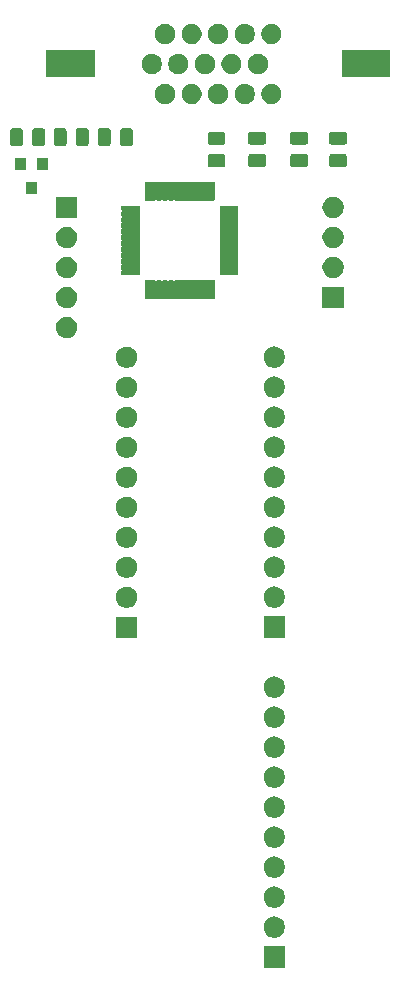
<source format=gbr>
G04 #@! TF.GenerationSoftware,KiCad,Pcbnew,5.1.5*
G04 #@! TF.CreationDate,2020-03-26T20:54:49-05:00*
G04 #@! TF.ProjectId,ADV7123,41445637-3132-4332-9e6b-696361645f70,rev?*
G04 #@! TF.SameCoordinates,Original*
G04 #@! TF.FileFunction,Soldermask,Top*
G04 #@! TF.FilePolarity,Negative*
%FSLAX46Y46*%
G04 Gerber Fmt 4.6, Leading zero omitted, Abs format (unit mm)*
G04 Created by KiCad (PCBNEW 5.1.5) date 2020-03-26 20:54:49*
%MOMM*%
%LPD*%
G04 APERTURE LIST*
%ADD10C,0.100000*%
G04 APERTURE END LIST*
D10*
G36*
X149501000Y-127731000D02*
G01*
X147699000Y-127731000D01*
X147699000Y-125929000D01*
X149501000Y-125929000D01*
X149501000Y-127731000D01*
G37*
G36*
X148713512Y-123393927D02*
G01*
X148862812Y-123423624D01*
X149026784Y-123491544D01*
X149174354Y-123590147D01*
X149299853Y-123715646D01*
X149398456Y-123863216D01*
X149466376Y-124027188D01*
X149501000Y-124201259D01*
X149501000Y-124378741D01*
X149466376Y-124552812D01*
X149398456Y-124716784D01*
X149299853Y-124864354D01*
X149174354Y-124989853D01*
X149026784Y-125088456D01*
X148862812Y-125156376D01*
X148713512Y-125186073D01*
X148688742Y-125191000D01*
X148511258Y-125191000D01*
X148486488Y-125186073D01*
X148337188Y-125156376D01*
X148173216Y-125088456D01*
X148025646Y-124989853D01*
X147900147Y-124864354D01*
X147801544Y-124716784D01*
X147733624Y-124552812D01*
X147699000Y-124378741D01*
X147699000Y-124201259D01*
X147733624Y-124027188D01*
X147801544Y-123863216D01*
X147900147Y-123715646D01*
X148025646Y-123590147D01*
X148173216Y-123491544D01*
X148337188Y-123423624D01*
X148486488Y-123393927D01*
X148511258Y-123389000D01*
X148688742Y-123389000D01*
X148713512Y-123393927D01*
G37*
G36*
X148713512Y-120853927D02*
G01*
X148862812Y-120883624D01*
X149026784Y-120951544D01*
X149174354Y-121050147D01*
X149299853Y-121175646D01*
X149398456Y-121323216D01*
X149466376Y-121487188D01*
X149501000Y-121661259D01*
X149501000Y-121838741D01*
X149466376Y-122012812D01*
X149398456Y-122176784D01*
X149299853Y-122324354D01*
X149174354Y-122449853D01*
X149026784Y-122548456D01*
X148862812Y-122616376D01*
X148713512Y-122646073D01*
X148688742Y-122651000D01*
X148511258Y-122651000D01*
X148486488Y-122646073D01*
X148337188Y-122616376D01*
X148173216Y-122548456D01*
X148025646Y-122449853D01*
X147900147Y-122324354D01*
X147801544Y-122176784D01*
X147733624Y-122012812D01*
X147699000Y-121838741D01*
X147699000Y-121661259D01*
X147733624Y-121487188D01*
X147801544Y-121323216D01*
X147900147Y-121175646D01*
X148025646Y-121050147D01*
X148173216Y-120951544D01*
X148337188Y-120883624D01*
X148486488Y-120853927D01*
X148511258Y-120849000D01*
X148688742Y-120849000D01*
X148713512Y-120853927D01*
G37*
G36*
X148713512Y-118313927D02*
G01*
X148862812Y-118343624D01*
X149026784Y-118411544D01*
X149174354Y-118510147D01*
X149299853Y-118635646D01*
X149398456Y-118783216D01*
X149466376Y-118947188D01*
X149501000Y-119121259D01*
X149501000Y-119298741D01*
X149466376Y-119472812D01*
X149398456Y-119636784D01*
X149299853Y-119784354D01*
X149174354Y-119909853D01*
X149026784Y-120008456D01*
X148862812Y-120076376D01*
X148713512Y-120106073D01*
X148688742Y-120111000D01*
X148511258Y-120111000D01*
X148486488Y-120106073D01*
X148337188Y-120076376D01*
X148173216Y-120008456D01*
X148025646Y-119909853D01*
X147900147Y-119784354D01*
X147801544Y-119636784D01*
X147733624Y-119472812D01*
X147699000Y-119298741D01*
X147699000Y-119121259D01*
X147733624Y-118947188D01*
X147801544Y-118783216D01*
X147900147Y-118635646D01*
X148025646Y-118510147D01*
X148173216Y-118411544D01*
X148337188Y-118343624D01*
X148486488Y-118313927D01*
X148511258Y-118309000D01*
X148688742Y-118309000D01*
X148713512Y-118313927D01*
G37*
G36*
X148713512Y-115773927D02*
G01*
X148862812Y-115803624D01*
X149026784Y-115871544D01*
X149174354Y-115970147D01*
X149299853Y-116095646D01*
X149398456Y-116243216D01*
X149466376Y-116407188D01*
X149501000Y-116581259D01*
X149501000Y-116758741D01*
X149466376Y-116932812D01*
X149398456Y-117096784D01*
X149299853Y-117244354D01*
X149174354Y-117369853D01*
X149026784Y-117468456D01*
X148862812Y-117536376D01*
X148713512Y-117566073D01*
X148688742Y-117571000D01*
X148511258Y-117571000D01*
X148486488Y-117566073D01*
X148337188Y-117536376D01*
X148173216Y-117468456D01*
X148025646Y-117369853D01*
X147900147Y-117244354D01*
X147801544Y-117096784D01*
X147733624Y-116932812D01*
X147699000Y-116758741D01*
X147699000Y-116581259D01*
X147733624Y-116407188D01*
X147801544Y-116243216D01*
X147900147Y-116095646D01*
X148025646Y-115970147D01*
X148173216Y-115871544D01*
X148337188Y-115803624D01*
X148486488Y-115773927D01*
X148511258Y-115769000D01*
X148688742Y-115769000D01*
X148713512Y-115773927D01*
G37*
G36*
X148713512Y-113233927D02*
G01*
X148862812Y-113263624D01*
X149026784Y-113331544D01*
X149174354Y-113430147D01*
X149299853Y-113555646D01*
X149398456Y-113703216D01*
X149466376Y-113867188D01*
X149501000Y-114041259D01*
X149501000Y-114218741D01*
X149466376Y-114392812D01*
X149398456Y-114556784D01*
X149299853Y-114704354D01*
X149174354Y-114829853D01*
X149026784Y-114928456D01*
X148862812Y-114996376D01*
X148713512Y-115026073D01*
X148688742Y-115031000D01*
X148511258Y-115031000D01*
X148486488Y-115026073D01*
X148337188Y-114996376D01*
X148173216Y-114928456D01*
X148025646Y-114829853D01*
X147900147Y-114704354D01*
X147801544Y-114556784D01*
X147733624Y-114392812D01*
X147699000Y-114218741D01*
X147699000Y-114041259D01*
X147733624Y-113867188D01*
X147801544Y-113703216D01*
X147900147Y-113555646D01*
X148025646Y-113430147D01*
X148173216Y-113331544D01*
X148337188Y-113263624D01*
X148486488Y-113233927D01*
X148511258Y-113229000D01*
X148688742Y-113229000D01*
X148713512Y-113233927D01*
G37*
G36*
X148713512Y-110693927D02*
G01*
X148862812Y-110723624D01*
X149026784Y-110791544D01*
X149174354Y-110890147D01*
X149299853Y-111015646D01*
X149398456Y-111163216D01*
X149466376Y-111327188D01*
X149501000Y-111501259D01*
X149501000Y-111678741D01*
X149466376Y-111852812D01*
X149398456Y-112016784D01*
X149299853Y-112164354D01*
X149174354Y-112289853D01*
X149026784Y-112388456D01*
X148862812Y-112456376D01*
X148713512Y-112486073D01*
X148688742Y-112491000D01*
X148511258Y-112491000D01*
X148486488Y-112486073D01*
X148337188Y-112456376D01*
X148173216Y-112388456D01*
X148025646Y-112289853D01*
X147900147Y-112164354D01*
X147801544Y-112016784D01*
X147733624Y-111852812D01*
X147699000Y-111678741D01*
X147699000Y-111501259D01*
X147733624Y-111327188D01*
X147801544Y-111163216D01*
X147900147Y-111015646D01*
X148025646Y-110890147D01*
X148173216Y-110791544D01*
X148337188Y-110723624D01*
X148486488Y-110693927D01*
X148511258Y-110689000D01*
X148688742Y-110689000D01*
X148713512Y-110693927D01*
G37*
G36*
X148713512Y-108153927D02*
G01*
X148862812Y-108183624D01*
X149026784Y-108251544D01*
X149174354Y-108350147D01*
X149299853Y-108475646D01*
X149398456Y-108623216D01*
X149466376Y-108787188D01*
X149501000Y-108961259D01*
X149501000Y-109138741D01*
X149466376Y-109312812D01*
X149398456Y-109476784D01*
X149299853Y-109624354D01*
X149174354Y-109749853D01*
X149026784Y-109848456D01*
X148862812Y-109916376D01*
X148713512Y-109946073D01*
X148688742Y-109951000D01*
X148511258Y-109951000D01*
X148486488Y-109946073D01*
X148337188Y-109916376D01*
X148173216Y-109848456D01*
X148025646Y-109749853D01*
X147900147Y-109624354D01*
X147801544Y-109476784D01*
X147733624Y-109312812D01*
X147699000Y-109138741D01*
X147699000Y-108961259D01*
X147733624Y-108787188D01*
X147801544Y-108623216D01*
X147900147Y-108475646D01*
X148025646Y-108350147D01*
X148173216Y-108251544D01*
X148337188Y-108183624D01*
X148486488Y-108153927D01*
X148511258Y-108149000D01*
X148688742Y-108149000D01*
X148713512Y-108153927D01*
G37*
G36*
X148713512Y-105613927D02*
G01*
X148862812Y-105643624D01*
X149026784Y-105711544D01*
X149174354Y-105810147D01*
X149299853Y-105935646D01*
X149398456Y-106083216D01*
X149466376Y-106247188D01*
X149501000Y-106421259D01*
X149501000Y-106598741D01*
X149466376Y-106772812D01*
X149398456Y-106936784D01*
X149299853Y-107084354D01*
X149174354Y-107209853D01*
X149026784Y-107308456D01*
X148862812Y-107376376D01*
X148713512Y-107406073D01*
X148688742Y-107411000D01*
X148511258Y-107411000D01*
X148486488Y-107406073D01*
X148337188Y-107376376D01*
X148173216Y-107308456D01*
X148025646Y-107209853D01*
X147900147Y-107084354D01*
X147801544Y-106936784D01*
X147733624Y-106772812D01*
X147699000Y-106598741D01*
X147699000Y-106421259D01*
X147733624Y-106247188D01*
X147801544Y-106083216D01*
X147900147Y-105935646D01*
X148025646Y-105810147D01*
X148173216Y-105711544D01*
X148337188Y-105643624D01*
X148486488Y-105613927D01*
X148511258Y-105609000D01*
X148688742Y-105609000D01*
X148713512Y-105613927D01*
G37*
G36*
X148713512Y-103073927D02*
G01*
X148862812Y-103103624D01*
X149026784Y-103171544D01*
X149174354Y-103270147D01*
X149299853Y-103395646D01*
X149398456Y-103543216D01*
X149466376Y-103707188D01*
X149501000Y-103881259D01*
X149501000Y-104058741D01*
X149466376Y-104232812D01*
X149398456Y-104396784D01*
X149299853Y-104544354D01*
X149174354Y-104669853D01*
X149026784Y-104768456D01*
X148862812Y-104836376D01*
X148713512Y-104866073D01*
X148688742Y-104871000D01*
X148511258Y-104871000D01*
X148486488Y-104866073D01*
X148337188Y-104836376D01*
X148173216Y-104768456D01*
X148025646Y-104669853D01*
X147900147Y-104544354D01*
X147801544Y-104396784D01*
X147733624Y-104232812D01*
X147699000Y-104058741D01*
X147699000Y-103881259D01*
X147733624Y-103707188D01*
X147801544Y-103543216D01*
X147900147Y-103395646D01*
X148025646Y-103270147D01*
X148173216Y-103171544D01*
X148337188Y-103103624D01*
X148486488Y-103073927D01*
X148511258Y-103069000D01*
X148688742Y-103069000D01*
X148713512Y-103073927D01*
G37*
G36*
X137001000Y-99801000D02*
G01*
X135199000Y-99801000D01*
X135199000Y-97999000D01*
X137001000Y-97999000D01*
X137001000Y-99801000D01*
G37*
G36*
X149501000Y-99791000D02*
G01*
X147699000Y-99791000D01*
X147699000Y-97989000D01*
X149501000Y-97989000D01*
X149501000Y-99791000D01*
G37*
G36*
X136213512Y-95463927D02*
G01*
X136362812Y-95493624D01*
X136526784Y-95561544D01*
X136674354Y-95660147D01*
X136799853Y-95785646D01*
X136898456Y-95933216D01*
X136966376Y-96097188D01*
X137001000Y-96271259D01*
X137001000Y-96448741D01*
X136966376Y-96622812D01*
X136898456Y-96786784D01*
X136799853Y-96934354D01*
X136674354Y-97059853D01*
X136526784Y-97158456D01*
X136362812Y-97226376D01*
X136213512Y-97256073D01*
X136188742Y-97261000D01*
X136011258Y-97261000D01*
X135986488Y-97256073D01*
X135837188Y-97226376D01*
X135673216Y-97158456D01*
X135525646Y-97059853D01*
X135400147Y-96934354D01*
X135301544Y-96786784D01*
X135233624Y-96622812D01*
X135199000Y-96448741D01*
X135199000Y-96271259D01*
X135233624Y-96097188D01*
X135301544Y-95933216D01*
X135400147Y-95785646D01*
X135525646Y-95660147D01*
X135673216Y-95561544D01*
X135837188Y-95493624D01*
X135986488Y-95463927D01*
X136011258Y-95459000D01*
X136188742Y-95459000D01*
X136213512Y-95463927D01*
G37*
G36*
X148713512Y-95453927D02*
G01*
X148862812Y-95483624D01*
X149026784Y-95551544D01*
X149174354Y-95650147D01*
X149299853Y-95775646D01*
X149398456Y-95923216D01*
X149466376Y-96087188D01*
X149501000Y-96261259D01*
X149501000Y-96438741D01*
X149466376Y-96612812D01*
X149398456Y-96776784D01*
X149299853Y-96924354D01*
X149174354Y-97049853D01*
X149026784Y-97148456D01*
X148862812Y-97216376D01*
X148713512Y-97246073D01*
X148688742Y-97251000D01*
X148511258Y-97251000D01*
X148486488Y-97246073D01*
X148337188Y-97216376D01*
X148173216Y-97148456D01*
X148025646Y-97049853D01*
X147900147Y-96924354D01*
X147801544Y-96776784D01*
X147733624Y-96612812D01*
X147699000Y-96438741D01*
X147699000Y-96261259D01*
X147733624Y-96087188D01*
X147801544Y-95923216D01*
X147900147Y-95775646D01*
X148025646Y-95650147D01*
X148173216Y-95551544D01*
X148337188Y-95483624D01*
X148486488Y-95453927D01*
X148511258Y-95449000D01*
X148688742Y-95449000D01*
X148713512Y-95453927D01*
G37*
G36*
X136213512Y-92923927D02*
G01*
X136362812Y-92953624D01*
X136526784Y-93021544D01*
X136674354Y-93120147D01*
X136799853Y-93245646D01*
X136898456Y-93393216D01*
X136966376Y-93557188D01*
X137001000Y-93731259D01*
X137001000Y-93908741D01*
X136966376Y-94082812D01*
X136898456Y-94246784D01*
X136799853Y-94394354D01*
X136674354Y-94519853D01*
X136526784Y-94618456D01*
X136362812Y-94686376D01*
X136213512Y-94716073D01*
X136188742Y-94721000D01*
X136011258Y-94721000D01*
X135986488Y-94716073D01*
X135837188Y-94686376D01*
X135673216Y-94618456D01*
X135525646Y-94519853D01*
X135400147Y-94394354D01*
X135301544Y-94246784D01*
X135233624Y-94082812D01*
X135199000Y-93908741D01*
X135199000Y-93731259D01*
X135233624Y-93557188D01*
X135301544Y-93393216D01*
X135400147Y-93245646D01*
X135525646Y-93120147D01*
X135673216Y-93021544D01*
X135837188Y-92953624D01*
X135986488Y-92923927D01*
X136011258Y-92919000D01*
X136188742Y-92919000D01*
X136213512Y-92923927D01*
G37*
G36*
X148713512Y-92913927D02*
G01*
X148862812Y-92943624D01*
X149026784Y-93011544D01*
X149174354Y-93110147D01*
X149299853Y-93235646D01*
X149398456Y-93383216D01*
X149466376Y-93547188D01*
X149501000Y-93721259D01*
X149501000Y-93898741D01*
X149466376Y-94072812D01*
X149398456Y-94236784D01*
X149299853Y-94384354D01*
X149174354Y-94509853D01*
X149026784Y-94608456D01*
X148862812Y-94676376D01*
X148713512Y-94706073D01*
X148688742Y-94711000D01*
X148511258Y-94711000D01*
X148486488Y-94706073D01*
X148337188Y-94676376D01*
X148173216Y-94608456D01*
X148025646Y-94509853D01*
X147900147Y-94384354D01*
X147801544Y-94236784D01*
X147733624Y-94072812D01*
X147699000Y-93898741D01*
X147699000Y-93721259D01*
X147733624Y-93547188D01*
X147801544Y-93383216D01*
X147900147Y-93235646D01*
X148025646Y-93110147D01*
X148173216Y-93011544D01*
X148337188Y-92943624D01*
X148486488Y-92913927D01*
X148511258Y-92909000D01*
X148688742Y-92909000D01*
X148713512Y-92913927D01*
G37*
G36*
X136213512Y-90383927D02*
G01*
X136362812Y-90413624D01*
X136526784Y-90481544D01*
X136674354Y-90580147D01*
X136799853Y-90705646D01*
X136898456Y-90853216D01*
X136966376Y-91017188D01*
X137001000Y-91191259D01*
X137001000Y-91368741D01*
X136966376Y-91542812D01*
X136898456Y-91706784D01*
X136799853Y-91854354D01*
X136674354Y-91979853D01*
X136526784Y-92078456D01*
X136362812Y-92146376D01*
X136213512Y-92176073D01*
X136188742Y-92181000D01*
X136011258Y-92181000D01*
X135986488Y-92176073D01*
X135837188Y-92146376D01*
X135673216Y-92078456D01*
X135525646Y-91979853D01*
X135400147Y-91854354D01*
X135301544Y-91706784D01*
X135233624Y-91542812D01*
X135199000Y-91368741D01*
X135199000Y-91191259D01*
X135233624Y-91017188D01*
X135301544Y-90853216D01*
X135400147Y-90705646D01*
X135525646Y-90580147D01*
X135673216Y-90481544D01*
X135837188Y-90413624D01*
X135986488Y-90383927D01*
X136011258Y-90379000D01*
X136188742Y-90379000D01*
X136213512Y-90383927D01*
G37*
G36*
X148713512Y-90373927D02*
G01*
X148862812Y-90403624D01*
X149026784Y-90471544D01*
X149174354Y-90570147D01*
X149299853Y-90695646D01*
X149398456Y-90843216D01*
X149466376Y-91007188D01*
X149501000Y-91181259D01*
X149501000Y-91358741D01*
X149466376Y-91532812D01*
X149398456Y-91696784D01*
X149299853Y-91844354D01*
X149174354Y-91969853D01*
X149026784Y-92068456D01*
X148862812Y-92136376D01*
X148713512Y-92166073D01*
X148688742Y-92171000D01*
X148511258Y-92171000D01*
X148486488Y-92166073D01*
X148337188Y-92136376D01*
X148173216Y-92068456D01*
X148025646Y-91969853D01*
X147900147Y-91844354D01*
X147801544Y-91696784D01*
X147733624Y-91532812D01*
X147699000Y-91358741D01*
X147699000Y-91181259D01*
X147733624Y-91007188D01*
X147801544Y-90843216D01*
X147900147Y-90695646D01*
X148025646Y-90570147D01*
X148173216Y-90471544D01*
X148337188Y-90403624D01*
X148486488Y-90373927D01*
X148511258Y-90369000D01*
X148688742Y-90369000D01*
X148713512Y-90373927D01*
G37*
G36*
X136213512Y-87843927D02*
G01*
X136362812Y-87873624D01*
X136526784Y-87941544D01*
X136674354Y-88040147D01*
X136799853Y-88165646D01*
X136898456Y-88313216D01*
X136966376Y-88477188D01*
X137001000Y-88651259D01*
X137001000Y-88828741D01*
X136966376Y-89002812D01*
X136898456Y-89166784D01*
X136799853Y-89314354D01*
X136674354Y-89439853D01*
X136526784Y-89538456D01*
X136362812Y-89606376D01*
X136213512Y-89636073D01*
X136188742Y-89641000D01*
X136011258Y-89641000D01*
X135986488Y-89636073D01*
X135837188Y-89606376D01*
X135673216Y-89538456D01*
X135525646Y-89439853D01*
X135400147Y-89314354D01*
X135301544Y-89166784D01*
X135233624Y-89002812D01*
X135199000Y-88828741D01*
X135199000Y-88651259D01*
X135233624Y-88477188D01*
X135301544Y-88313216D01*
X135400147Y-88165646D01*
X135525646Y-88040147D01*
X135673216Y-87941544D01*
X135837188Y-87873624D01*
X135986488Y-87843927D01*
X136011258Y-87839000D01*
X136188742Y-87839000D01*
X136213512Y-87843927D01*
G37*
G36*
X148713512Y-87833927D02*
G01*
X148862812Y-87863624D01*
X149026784Y-87931544D01*
X149174354Y-88030147D01*
X149299853Y-88155646D01*
X149398456Y-88303216D01*
X149466376Y-88467188D01*
X149501000Y-88641259D01*
X149501000Y-88818741D01*
X149466376Y-88992812D01*
X149398456Y-89156784D01*
X149299853Y-89304354D01*
X149174354Y-89429853D01*
X149026784Y-89528456D01*
X148862812Y-89596376D01*
X148713512Y-89626073D01*
X148688742Y-89631000D01*
X148511258Y-89631000D01*
X148486488Y-89626073D01*
X148337188Y-89596376D01*
X148173216Y-89528456D01*
X148025646Y-89429853D01*
X147900147Y-89304354D01*
X147801544Y-89156784D01*
X147733624Y-88992812D01*
X147699000Y-88818741D01*
X147699000Y-88641259D01*
X147733624Y-88467188D01*
X147801544Y-88303216D01*
X147900147Y-88155646D01*
X148025646Y-88030147D01*
X148173216Y-87931544D01*
X148337188Y-87863624D01*
X148486488Y-87833927D01*
X148511258Y-87829000D01*
X148688742Y-87829000D01*
X148713512Y-87833927D01*
G37*
G36*
X136213512Y-85303927D02*
G01*
X136362812Y-85333624D01*
X136526784Y-85401544D01*
X136674354Y-85500147D01*
X136799853Y-85625646D01*
X136898456Y-85773216D01*
X136966376Y-85937188D01*
X137001000Y-86111259D01*
X137001000Y-86288741D01*
X136966376Y-86462812D01*
X136898456Y-86626784D01*
X136799853Y-86774354D01*
X136674354Y-86899853D01*
X136526784Y-86998456D01*
X136362812Y-87066376D01*
X136213512Y-87096073D01*
X136188742Y-87101000D01*
X136011258Y-87101000D01*
X135986488Y-87096073D01*
X135837188Y-87066376D01*
X135673216Y-86998456D01*
X135525646Y-86899853D01*
X135400147Y-86774354D01*
X135301544Y-86626784D01*
X135233624Y-86462812D01*
X135199000Y-86288741D01*
X135199000Y-86111259D01*
X135233624Y-85937188D01*
X135301544Y-85773216D01*
X135400147Y-85625646D01*
X135525646Y-85500147D01*
X135673216Y-85401544D01*
X135837188Y-85333624D01*
X135986488Y-85303927D01*
X136011258Y-85299000D01*
X136188742Y-85299000D01*
X136213512Y-85303927D01*
G37*
G36*
X148713512Y-85293927D02*
G01*
X148862812Y-85323624D01*
X149026784Y-85391544D01*
X149174354Y-85490147D01*
X149299853Y-85615646D01*
X149398456Y-85763216D01*
X149466376Y-85927188D01*
X149501000Y-86101259D01*
X149501000Y-86278741D01*
X149466376Y-86452812D01*
X149398456Y-86616784D01*
X149299853Y-86764354D01*
X149174354Y-86889853D01*
X149026784Y-86988456D01*
X148862812Y-87056376D01*
X148713512Y-87086073D01*
X148688742Y-87091000D01*
X148511258Y-87091000D01*
X148486488Y-87086073D01*
X148337188Y-87056376D01*
X148173216Y-86988456D01*
X148025646Y-86889853D01*
X147900147Y-86764354D01*
X147801544Y-86616784D01*
X147733624Y-86452812D01*
X147699000Y-86278741D01*
X147699000Y-86101259D01*
X147733624Y-85927188D01*
X147801544Y-85763216D01*
X147900147Y-85615646D01*
X148025646Y-85490147D01*
X148173216Y-85391544D01*
X148337188Y-85323624D01*
X148486488Y-85293927D01*
X148511258Y-85289000D01*
X148688742Y-85289000D01*
X148713512Y-85293927D01*
G37*
G36*
X136213512Y-82763927D02*
G01*
X136362812Y-82793624D01*
X136526784Y-82861544D01*
X136674354Y-82960147D01*
X136799853Y-83085646D01*
X136898456Y-83233216D01*
X136966376Y-83397188D01*
X137001000Y-83571259D01*
X137001000Y-83748741D01*
X136966376Y-83922812D01*
X136898456Y-84086784D01*
X136799853Y-84234354D01*
X136674354Y-84359853D01*
X136526784Y-84458456D01*
X136362812Y-84526376D01*
X136213512Y-84556073D01*
X136188742Y-84561000D01*
X136011258Y-84561000D01*
X135986488Y-84556073D01*
X135837188Y-84526376D01*
X135673216Y-84458456D01*
X135525646Y-84359853D01*
X135400147Y-84234354D01*
X135301544Y-84086784D01*
X135233624Y-83922812D01*
X135199000Y-83748741D01*
X135199000Y-83571259D01*
X135233624Y-83397188D01*
X135301544Y-83233216D01*
X135400147Y-83085646D01*
X135525646Y-82960147D01*
X135673216Y-82861544D01*
X135837188Y-82793624D01*
X135986488Y-82763927D01*
X136011258Y-82759000D01*
X136188742Y-82759000D01*
X136213512Y-82763927D01*
G37*
G36*
X148713512Y-82753927D02*
G01*
X148862812Y-82783624D01*
X149026784Y-82851544D01*
X149174354Y-82950147D01*
X149299853Y-83075646D01*
X149398456Y-83223216D01*
X149466376Y-83387188D01*
X149501000Y-83561259D01*
X149501000Y-83738741D01*
X149466376Y-83912812D01*
X149398456Y-84076784D01*
X149299853Y-84224354D01*
X149174354Y-84349853D01*
X149026784Y-84448456D01*
X148862812Y-84516376D01*
X148713512Y-84546073D01*
X148688742Y-84551000D01*
X148511258Y-84551000D01*
X148486488Y-84546073D01*
X148337188Y-84516376D01*
X148173216Y-84448456D01*
X148025646Y-84349853D01*
X147900147Y-84224354D01*
X147801544Y-84076784D01*
X147733624Y-83912812D01*
X147699000Y-83738741D01*
X147699000Y-83561259D01*
X147733624Y-83387188D01*
X147801544Y-83223216D01*
X147900147Y-83075646D01*
X148025646Y-82950147D01*
X148173216Y-82851544D01*
X148337188Y-82783624D01*
X148486488Y-82753927D01*
X148511258Y-82749000D01*
X148688742Y-82749000D01*
X148713512Y-82753927D01*
G37*
G36*
X136213512Y-80223927D02*
G01*
X136362812Y-80253624D01*
X136526784Y-80321544D01*
X136674354Y-80420147D01*
X136799853Y-80545646D01*
X136898456Y-80693216D01*
X136966376Y-80857188D01*
X137001000Y-81031259D01*
X137001000Y-81208741D01*
X136966376Y-81382812D01*
X136898456Y-81546784D01*
X136799853Y-81694354D01*
X136674354Y-81819853D01*
X136526784Y-81918456D01*
X136362812Y-81986376D01*
X136213512Y-82016073D01*
X136188742Y-82021000D01*
X136011258Y-82021000D01*
X135986488Y-82016073D01*
X135837188Y-81986376D01*
X135673216Y-81918456D01*
X135525646Y-81819853D01*
X135400147Y-81694354D01*
X135301544Y-81546784D01*
X135233624Y-81382812D01*
X135199000Y-81208741D01*
X135199000Y-81031259D01*
X135233624Y-80857188D01*
X135301544Y-80693216D01*
X135400147Y-80545646D01*
X135525646Y-80420147D01*
X135673216Y-80321544D01*
X135837188Y-80253624D01*
X135986488Y-80223927D01*
X136011258Y-80219000D01*
X136188742Y-80219000D01*
X136213512Y-80223927D01*
G37*
G36*
X148713512Y-80213927D02*
G01*
X148862812Y-80243624D01*
X149026784Y-80311544D01*
X149174354Y-80410147D01*
X149299853Y-80535646D01*
X149398456Y-80683216D01*
X149466376Y-80847188D01*
X149501000Y-81021259D01*
X149501000Y-81198741D01*
X149466376Y-81372812D01*
X149398456Y-81536784D01*
X149299853Y-81684354D01*
X149174354Y-81809853D01*
X149026784Y-81908456D01*
X148862812Y-81976376D01*
X148713512Y-82006073D01*
X148688742Y-82011000D01*
X148511258Y-82011000D01*
X148486488Y-82006073D01*
X148337188Y-81976376D01*
X148173216Y-81908456D01*
X148025646Y-81809853D01*
X147900147Y-81684354D01*
X147801544Y-81536784D01*
X147733624Y-81372812D01*
X147699000Y-81198741D01*
X147699000Y-81021259D01*
X147733624Y-80847188D01*
X147801544Y-80683216D01*
X147900147Y-80535646D01*
X148025646Y-80410147D01*
X148173216Y-80311544D01*
X148337188Y-80243624D01*
X148486488Y-80213927D01*
X148511258Y-80209000D01*
X148688742Y-80209000D01*
X148713512Y-80213927D01*
G37*
G36*
X136213512Y-77683927D02*
G01*
X136362812Y-77713624D01*
X136526784Y-77781544D01*
X136674354Y-77880147D01*
X136799853Y-78005646D01*
X136898456Y-78153216D01*
X136966376Y-78317188D01*
X137001000Y-78491259D01*
X137001000Y-78668741D01*
X136966376Y-78842812D01*
X136898456Y-79006784D01*
X136799853Y-79154354D01*
X136674354Y-79279853D01*
X136526784Y-79378456D01*
X136362812Y-79446376D01*
X136213512Y-79476073D01*
X136188742Y-79481000D01*
X136011258Y-79481000D01*
X135986488Y-79476073D01*
X135837188Y-79446376D01*
X135673216Y-79378456D01*
X135525646Y-79279853D01*
X135400147Y-79154354D01*
X135301544Y-79006784D01*
X135233624Y-78842812D01*
X135199000Y-78668741D01*
X135199000Y-78491259D01*
X135233624Y-78317188D01*
X135301544Y-78153216D01*
X135400147Y-78005646D01*
X135525646Y-77880147D01*
X135673216Y-77781544D01*
X135837188Y-77713624D01*
X135986488Y-77683927D01*
X136011258Y-77679000D01*
X136188742Y-77679000D01*
X136213512Y-77683927D01*
G37*
G36*
X148713512Y-77673927D02*
G01*
X148862812Y-77703624D01*
X149026784Y-77771544D01*
X149174354Y-77870147D01*
X149299853Y-77995646D01*
X149398456Y-78143216D01*
X149466376Y-78307188D01*
X149501000Y-78481259D01*
X149501000Y-78658741D01*
X149466376Y-78832812D01*
X149398456Y-78996784D01*
X149299853Y-79144354D01*
X149174354Y-79269853D01*
X149026784Y-79368456D01*
X148862812Y-79436376D01*
X148713512Y-79466073D01*
X148688742Y-79471000D01*
X148511258Y-79471000D01*
X148486488Y-79466073D01*
X148337188Y-79436376D01*
X148173216Y-79368456D01*
X148025646Y-79269853D01*
X147900147Y-79144354D01*
X147801544Y-78996784D01*
X147733624Y-78832812D01*
X147699000Y-78658741D01*
X147699000Y-78481259D01*
X147733624Y-78307188D01*
X147801544Y-78143216D01*
X147900147Y-77995646D01*
X148025646Y-77870147D01*
X148173216Y-77771544D01*
X148337188Y-77703624D01*
X148486488Y-77673927D01*
X148511258Y-77669000D01*
X148688742Y-77669000D01*
X148713512Y-77673927D01*
G37*
G36*
X136213512Y-75143927D02*
G01*
X136362812Y-75173624D01*
X136526784Y-75241544D01*
X136674354Y-75340147D01*
X136799853Y-75465646D01*
X136898456Y-75613216D01*
X136966376Y-75777188D01*
X137001000Y-75951259D01*
X137001000Y-76128741D01*
X136966376Y-76302812D01*
X136898456Y-76466784D01*
X136799853Y-76614354D01*
X136674354Y-76739853D01*
X136526784Y-76838456D01*
X136362812Y-76906376D01*
X136213512Y-76936073D01*
X136188742Y-76941000D01*
X136011258Y-76941000D01*
X135986488Y-76936073D01*
X135837188Y-76906376D01*
X135673216Y-76838456D01*
X135525646Y-76739853D01*
X135400147Y-76614354D01*
X135301544Y-76466784D01*
X135233624Y-76302812D01*
X135199000Y-76128741D01*
X135199000Y-75951259D01*
X135233624Y-75777188D01*
X135301544Y-75613216D01*
X135400147Y-75465646D01*
X135525646Y-75340147D01*
X135673216Y-75241544D01*
X135837188Y-75173624D01*
X135986488Y-75143927D01*
X136011258Y-75139000D01*
X136188742Y-75139000D01*
X136213512Y-75143927D01*
G37*
G36*
X148713512Y-75133927D02*
G01*
X148862812Y-75163624D01*
X149026784Y-75231544D01*
X149174354Y-75330147D01*
X149299853Y-75455646D01*
X149398456Y-75603216D01*
X149466376Y-75767188D01*
X149501000Y-75941259D01*
X149501000Y-76118741D01*
X149466376Y-76292812D01*
X149398456Y-76456784D01*
X149299853Y-76604354D01*
X149174354Y-76729853D01*
X149026784Y-76828456D01*
X148862812Y-76896376D01*
X148713512Y-76926073D01*
X148688742Y-76931000D01*
X148511258Y-76931000D01*
X148486488Y-76926073D01*
X148337188Y-76896376D01*
X148173216Y-76828456D01*
X148025646Y-76729853D01*
X147900147Y-76604354D01*
X147801544Y-76456784D01*
X147733624Y-76292812D01*
X147699000Y-76118741D01*
X147699000Y-75941259D01*
X147733624Y-75767188D01*
X147801544Y-75603216D01*
X147900147Y-75455646D01*
X148025646Y-75330147D01*
X148173216Y-75231544D01*
X148337188Y-75163624D01*
X148486488Y-75133927D01*
X148511258Y-75129000D01*
X148688742Y-75129000D01*
X148713512Y-75133927D01*
G37*
G36*
X131133512Y-72613927D02*
G01*
X131282812Y-72643624D01*
X131446784Y-72711544D01*
X131594354Y-72810147D01*
X131719853Y-72935646D01*
X131818456Y-73083216D01*
X131886376Y-73247188D01*
X131921000Y-73421259D01*
X131921000Y-73598741D01*
X131886376Y-73772812D01*
X131818456Y-73936784D01*
X131719853Y-74084354D01*
X131594354Y-74209853D01*
X131446784Y-74308456D01*
X131282812Y-74376376D01*
X131133512Y-74406073D01*
X131108742Y-74411000D01*
X130931258Y-74411000D01*
X130906488Y-74406073D01*
X130757188Y-74376376D01*
X130593216Y-74308456D01*
X130445646Y-74209853D01*
X130320147Y-74084354D01*
X130221544Y-73936784D01*
X130153624Y-73772812D01*
X130119000Y-73598741D01*
X130119000Y-73421259D01*
X130153624Y-73247188D01*
X130221544Y-73083216D01*
X130320147Y-72935646D01*
X130445646Y-72810147D01*
X130593216Y-72711544D01*
X130757188Y-72643624D01*
X130906488Y-72613927D01*
X130931258Y-72609000D01*
X131108742Y-72609000D01*
X131133512Y-72613927D01*
G37*
G36*
X154486000Y-71871000D02*
G01*
X152684000Y-71871000D01*
X152684000Y-70069000D01*
X154486000Y-70069000D01*
X154486000Y-71871000D01*
G37*
G36*
X131133512Y-70073927D02*
G01*
X131282812Y-70103624D01*
X131446784Y-70171544D01*
X131594354Y-70270147D01*
X131719853Y-70395646D01*
X131818456Y-70543216D01*
X131886376Y-70707188D01*
X131916073Y-70856488D01*
X131921000Y-70881258D01*
X131921000Y-71058742D01*
X131916610Y-71080813D01*
X131886376Y-71232812D01*
X131818456Y-71396784D01*
X131719853Y-71544354D01*
X131594354Y-71669853D01*
X131446784Y-71768456D01*
X131282812Y-71836376D01*
X131133512Y-71866073D01*
X131108742Y-71871000D01*
X130931258Y-71871000D01*
X130906488Y-71866073D01*
X130757188Y-71836376D01*
X130593216Y-71768456D01*
X130445646Y-71669853D01*
X130320147Y-71544354D01*
X130221544Y-71396784D01*
X130153624Y-71232812D01*
X130123390Y-71080813D01*
X130119000Y-71058742D01*
X130119000Y-70881258D01*
X130123927Y-70856488D01*
X130153624Y-70707188D01*
X130221544Y-70543216D01*
X130320147Y-70395646D01*
X130445646Y-70270147D01*
X130593216Y-70171544D01*
X130757188Y-70103624D01*
X130906488Y-70073927D01*
X130931258Y-70069000D01*
X131108742Y-70069000D01*
X131133512Y-70073927D01*
G37*
G36*
X138020295Y-69525323D02*
G01*
X138027309Y-69527451D01*
X138041077Y-69534810D01*
X138063716Y-69544187D01*
X138087749Y-69548967D01*
X138112253Y-69548967D01*
X138136286Y-69544186D01*
X138158923Y-69534810D01*
X138172691Y-69527451D01*
X138179705Y-69525323D01*
X138193140Y-69524000D01*
X138506860Y-69524000D01*
X138520295Y-69525323D01*
X138527309Y-69527451D01*
X138541077Y-69534810D01*
X138563716Y-69544187D01*
X138587749Y-69548967D01*
X138612253Y-69548967D01*
X138636286Y-69544186D01*
X138658923Y-69534810D01*
X138672691Y-69527451D01*
X138679705Y-69525323D01*
X138693140Y-69524000D01*
X139006860Y-69524000D01*
X139020295Y-69525323D01*
X139027309Y-69527451D01*
X139041077Y-69534810D01*
X139063716Y-69544187D01*
X139087749Y-69548967D01*
X139112253Y-69548967D01*
X139136286Y-69544186D01*
X139158923Y-69534810D01*
X139172691Y-69527451D01*
X139179705Y-69525323D01*
X139193140Y-69524000D01*
X139506860Y-69524000D01*
X139520295Y-69525323D01*
X139527309Y-69527451D01*
X139541077Y-69534810D01*
X139563716Y-69544187D01*
X139587749Y-69548967D01*
X139612253Y-69548967D01*
X139636286Y-69544186D01*
X139658923Y-69534810D01*
X139672691Y-69527451D01*
X139679705Y-69525323D01*
X139693140Y-69524000D01*
X140006860Y-69524000D01*
X140020295Y-69525323D01*
X140027309Y-69527451D01*
X140041077Y-69534810D01*
X140063716Y-69544187D01*
X140087749Y-69548967D01*
X140112253Y-69548967D01*
X140136286Y-69544186D01*
X140158923Y-69534810D01*
X140172691Y-69527451D01*
X140179705Y-69525323D01*
X140193140Y-69524000D01*
X140506860Y-69524000D01*
X140520295Y-69525323D01*
X140527309Y-69527451D01*
X140541077Y-69534810D01*
X140563716Y-69544187D01*
X140587749Y-69548967D01*
X140612253Y-69548967D01*
X140636286Y-69544186D01*
X140658923Y-69534810D01*
X140672691Y-69527451D01*
X140679705Y-69525323D01*
X140693140Y-69524000D01*
X141006860Y-69524000D01*
X141020295Y-69525323D01*
X141027309Y-69527451D01*
X141041077Y-69534810D01*
X141063716Y-69544187D01*
X141087749Y-69548967D01*
X141112253Y-69548967D01*
X141136286Y-69544186D01*
X141158923Y-69534810D01*
X141172691Y-69527451D01*
X141179705Y-69525323D01*
X141193140Y-69524000D01*
X141506860Y-69524000D01*
X141520295Y-69525323D01*
X141527309Y-69527451D01*
X141541077Y-69534810D01*
X141563716Y-69544187D01*
X141587749Y-69548967D01*
X141612253Y-69548967D01*
X141636286Y-69544186D01*
X141658923Y-69534810D01*
X141672691Y-69527451D01*
X141679705Y-69525323D01*
X141693140Y-69524000D01*
X142006860Y-69524000D01*
X142020295Y-69525323D01*
X142027309Y-69527451D01*
X142041077Y-69534810D01*
X142063716Y-69544187D01*
X142087749Y-69548967D01*
X142112253Y-69548967D01*
X142136286Y-69544186D01*
X142158923Y-69534810D01*
X142172691Y-69527451D01*
X142179705Y-69525323D01*
X142193140Y-69524000D01*
X142506860Y-69524000D01*
X142520295Y-69525323D01*
X142527309Y-69527451D01*
X142541077Y-69534810D01*
X142563716Y-69544187D01*
X142587749Y-69548967D01*
X142612253Y-69548967D01*
X142636286Y-69544186D01*
X142658923Y-69534810D01*
X142672691Y-69527451D01*
X142679705Y-69525323D01*
X142693140Y-69524000D01*
X143006860Y-69524000D01*
X143020295Y-69525323D01*
X143027309Y-69527451D01*
X143041077Y-69534810D01*
X143063716Y-69544187D01*
X143087749Y-69548967D01*
X143112253Y-69548967D01*
X143136286Y-69544186D01*
X143158923Y-69534810D01*
X143172691Y-69527451D01*
X143179705Y-69525323D01*
X143193140Y-69524000D01*
X143506860Y-69524000D01*
X143520295Y-69525323D01*
X143527310Y-69527451D01*
X143533776Y-69530908D01*
X143539442Y-69535558D01*
X143544092Y-69541224D01*
X143547549Y-69547690D01*
X143549677Y-69554705D01*
X143551000Y-69568140D01*
X143551000Y-71056860D01*
X143549677Y-71070295D01*
X143547549Y-71077310D01*
X143544092Y-71083776D01*
X143539442Y-71089442D01*
X143533776Y-71094092D01*
X143527310Y-71097549D01*
X143520295Y-71099677D01*
X143506860Y-71101000D01*
X143193140Y-71101000D01*
X143179705Y-71099677D01*
X143172691Y-71097549D01*
X143158923Y-71090190D01*
X143136284Y-71080813D01*
X143112251Y-71076033D01*
X143087747Y-71076033D01*
X143063714Y-71080814D01*
X143041077Y-71090190D01*
X143027309Y-71097549D01*
X143020295Y-71099677D01*
X143006860Y-71101000D01*
X142693140Y-71101000D01*
X142679705Y-71099677D01*
X142672691Y-71097549D01*
X142658923Y-71090190D01*
X142636284Y-71080813D01*
X142612251Y-71076033D01*
X142587747Y-71076033D01*
X142563714Y-71080814D01*
X142541077Y-71090190D01*
X142527309Y-71097549D01*
X142520295Y-71099677D01*
X142506860Y-71101000D01*
X142193140Y-71101000D01*
X142179705Y-71099677D01*
X142172691Y-71097549D01*
X142158923Y-71090190D01*
X142136284Y-71080813D01*
X142112251Y-71076033D01*
X142087747Y-71076033D01*
X142063714Y-71080814D01*
X142041077Y-71090190D01*
X142027309Y-71097549D01*
X142020295Y-71099677D01*
X142006860Y-71101000D01*
X141693140Y-71101000D01*
X141679705Y-71099677D01*
X141672691Y-71097549D01*
X141658923Y-71090190D01*
X141636284Y-71080813D01*
X141612251Y-71076033D01*
X141587747Y-71076033D01*
X141563714Y-71080814D01*
X141541077Y-71090190D01*
X141527309Y-71097549D01*
X141520295Y-71099677D01*
X141506860Y-71101000D01*
X141193140Y-71101000D01*
X141179705Y-71099677D01*
X141172691Y-71097549D01*
X141158923Y-71090190D01*
X141136284Y-71080813D01*
X141112251Y-71076033D01*
X141087747Y-71076033D01*
X141063714Y-71080814D01*
X141041077Y-71090190D01*
X141027309Y-71097549D01*
X141020295Y-71099677D01*
X141006860Y-71101000D01*
X140693140Y-71101000D01*
X140679705Y-71099677D01*
X140672691Y-71097549D01*
X140658923Y-71090190D01*
X140636284Y-71080813D01*
X140612251Y-71076033D01*
X140587747Y-71076033D01*
X140563714Y-71080814D01*
X140541077Y-71090190D01*
X140527309Y-71097549D01*
X140520295Y-71099677D01*
X140506860Y-71101000D01*
X140193140Y-71101000D01*
X140179705Y-71099677D01*
X140172691Y-71097549D01*
X140158923Y-71090190D01*
X140136284Y-71080813D01*
X140112251Y-71076033D01*
X140087747Y-71076033D01*
X140063714Y-71080814D01*
X140041077Y-71090190D01*
X140027309Y-71097549D01*
X140020295Y-71099677D01*
X140006860Y-71101000D01*
X139693140Y-71101000D01*
X139679705Y-71099677D01*
X139672691Y-71097549D01*
X139658923Y-71090190D01*
X139636284Y-71080813D01*
X139612251Y-71076033D01*
X139587747Y-71076033D01*
X139563714Y-71080814D01*
X139541077Y-71090190D01*
X139527309Y-71097549D01*
X139520295Y-71099677D01*
X139506860Y-71101000D01*
X139193140Y-71101000D01*
X139179705Y-71099677D01*
X139172691Y-71097549D01*
X139158923Y-71090190D01*
X139136284Y-71080813D01*
X139112251Y-71076033D01*
X139087747Y-71076033D01*
X139063714Y-71080814D01*
X139041077Y-71090190D01*
X139027309Y-71097549D01*
X139020295Y-71099677D01*
X139006860Y-71101000D01*
X138693140Y-71101000D01*
X138679705Y-71099677D01*
X138672691Y-71097549D01*
X138658923Y-71090190D01*
X138636284Y-71080813D01*
X138612251Y-71076033D01*
X138587747Y-71076033D01*
X138563714Y-71080814D01*
X138541077Y-71090190D01*
X138527309Y-71097549D01*
X138520295Y-71099677D01*
X138506860Y-71101000D01*
X138193140Y-71101000D01*
X138179705Y-71099677D01*
X138172691Y-71097549D01*
X138158923Y-71090190D01*
X138136284Y-71080813D01*
X138112251Y-71076033D01*
X138087747Y-71076033D01*
X138063714Y-71080814D01*
X138041077Y-71090190D01*
X138027309Y-71097549D01*
X138020295Y-71099677D01*
X138006860Y-71101000D01*
X137693140Y-71101000D01*
X137679705Y-71099677D01*
X137672690Y-71097549D01*
X137666224Y-71094092D01*
X137660558Y-71089442D01*
X137655908Y-71083776D01*
X137652451Y-71077310D01*
X137650323Y-71070295D01*
X137649000Y-71056860D01*
X137649000Y-69568140D01*
X137650323Y-69554705D01*
X137652451Y-69547690D01*
X137655908Y-69541224D01*
X137660558Y-69535558D01*
X137666224Y-69530908D01*
X137672690Y-69527451D01*
X137679705Y-69525323D01*
X137693140Y-69524000D01*
X138006860Y-69524000D01*
X138020295Y-69525323D01*
G37*
G36*
X153698512Y-67533927D02*
G01*
X153847812Y-67563624D01*
X154011784Y-67631544D01*
X154159354Y-67730147D01*
X154284853Y-67855646D01*
X154383456Y-68003216D01*
X154451376Y-68167188D01*
X154486000Y-68341259D01*
X154486000Y-68518741D01*
X154451376Y-68692812D01*
X154383456Y-68856784D01*
X154284853Y-69004354D01*
X154159354Y-69129853D01*
X154011784Y-69228456D01*
X153847812Y-69296376D01*
X153698512Y-69326073D01*
X153673742Y-69331000D01*
X153496258Y-69331000D01*
X153471488Y-69326073D01*
X153322188Y-69296376D01*
X153158216Y-69228456D01*
X153010646Y-69129853D01*
X152885147Y-69004354D01*
X152786544Y-68856784D01*
X152718624Y-68692812D01*
X152684000Y-68518741D01*
X152684000Y-68341259D01*
X152718624Y-68167188D01*
X152786544Y-68003216D01*
X152885147Y-67855646D01*
X153010646Y-67730147D01*
X153158216Y-67631544D01*
X153322188Y-67563624D01*
X153471488Y-67533927D01*
X153496258Y-67529000D01*
X153673742Y-67529000D01*
X153698512Y-67533927D01*
G37*
G36*
X131133512Y-67533927D02*
G01*
X131282812Y-67563624D01*
X131446784Y-67631544D01*
X131594354Y-67730147D01*
X131719853Y-67855646D01*
X131818456Y-68003216D01*
X131886376Y-68167188D01*
X131921000Y-68341259D01*
X131921000Y-68518741D01*
X131886376Y-68692812D01*
X131818456Y-68856784D01*
X131719853Y-69004354D01*
X131594354Y-69129853D01*
X131446784Y-69228456D01*
X131282812Y-69296376D01*
X131133512Y-69326073D01*
X131108742Y-69331000D01*
X130931258Y-69331000D01*
X130906488Y-69326073D01*
X130757188Y-69296376D01*
X130593216Y-69228456D01*
X130445646Y-69129853D01*
X130320147Y-69004354D01*
X130221544Y-68856784D01*
X130153624Y-68692812D01*
X130119000Y-68518741D01*
X130119000Y-68341259D01*
X130153624Y-68167188D01*
X130221544Y-68003216D01*
X130320147Y-67855646D01*
X130445646Y-67730147D01*
X130593216Y-67631544D01*
X130757188Y-67563624D01*
X130906488Y-67533927D01*
X130931258Y-67529000D01*
X131108742Y-67529000D01*
X131133512Y-67533927D01*
G37*
G36*
X145520295Y-63200323D02*
G01*
X145527310Y-63202451D01*
X145533776Y-63205908D01*
X145539442Y-63210558D01*
X145544092Y-63216224D01*
X145547549Y-63222690D01*
X145549677Y-63229705D01*
X145551000Y-63243140D01*
X145551000Y-63556860D01*
X145549677Y-63570295D01*
X145547549Y-63577309D01*
X145540190Y-63591077D01*
X145530813Y-63613716D01*
X145526033Y-63637749D01*
X145526033Y-63662253D01*
X145530814Y-63686286D01*
X145540190Y-63708923D01*
X145547549Y-63722691D01*
X145549677Y-63729705D01*
X145551000Y-63743140D01*
X145551000Y-64056860D01*
X145549677Y-64070295D01*
X145547549Y-64077309D01*
X145540190Y-64091077D01*
X145530813Y-64113716D01*
X145526033Y-64137749D01*
X145526033Y-64162253D01*
X145530814Y-64186286D01*
X145540190Y-64208923D01*
X145547549Y-64222691D01*
X145549677Y-64229705D01*
X145551000Y-64243140D01*
X145551000Y-64556860D01*
X145549677Y-64570295D01*
X145547549Y-64577309D01*
X145540190Y-64591077D01*
X145530813Y-64613716D01*
X145526033Y-64637749D01*
X145526033Y-64662253D01*
X145530814Y-64686286D01*
X145540190Y-64708923D01*
X145547549Y-64722691D01*
X145549677Y-64729705D01*
X145551000Y-64743140D01*
X145551000Y-65056860D01*
X145549677Y-65070295D01*
X145547549Y-65077309D01*
X145540190Y-65091077D01*
X145530813Y-65113716D01*
X145526033Y-65137749D01*
X145526033Y-65162253D01*
X145530814Y-65186286D01*
X145540190Y-65208923D01*
X145547549Y-65222691D01*
X145549677Y-65229705D01*
X145551000Y-65243140D01*
X145551000Y-65556860D01*
X145549677Y-65570295D01*
X145547549Y-65577309D01*
X145540190Y-65591077D01*
X145530813Y-65613716D01*
X145526033Y-65637749D01*
X145526033Y-65662253D01*
X145530814Y-65686286D01*
X145540190Y-65708923D01*
X145547549Y-65722691D01*
X145549677Y-65729705D01*
X145551000Y-65743140D01*
X145551000Y-66056860D01*
X145549677Y-66070295D01*
X145547549Y-66077309D01*
X145540190Y-66091077D01*
X145530813Y-66113716D01*
X145526033Y-66137749D01*
X145526033Y-66162253D01*
X145530814Y-66186286D01*
X145540190Y-66208923D01*
X145547549Y-66222691D01*
X145549677Y-66229705D01*
X145551000Y-66243140D01*
X145551000Y-66556860D01*
X145549677Y-66570295D01*
X145547549Y-66577309D01*
X145540190Y-66591077D01*
X145530813Y-66613716D01*
X145526033Y-66637749D01*
X145526033Y-66662253D01*
X145530814Y-66686286D01*
X145540190Y-66708923D01*
X145547549Y-66722691D01*
X145549677Y-66729705D01*
X145551000Y-66743140D01*
X145551000Y-67056860D01*
X145549677Y-67070295D01*
X145547549Y-67077309D01*
X145540190Y-67091077D01*
X145530813Y-67113716D01*
X145526033Y-67137749D01*
X145526033Y-67162253D01*
X145530814Y-67186286D01*
X145540190Y-67208923D01*
X145547549Y-67222691D01*
X145549677Y-67229705D01*
X145551000Y-67243140D01*
X145551000Y-67556860D01*
X145549677Y-67570295D01*
X145547549Y-67577309D01*
X145540190Y-67591077D01*
X145530813Y-67613716D01*
X145526033Y-67637749D01*
X145526033Y-67662253D01*
X145530814Y-67686286D01*
X145540190Y-67708923D01*
X145547549Y-67722691D01*
X145549677Y-67729705D01*
X145551000Y-67743140D01*
X145551000Y-68056860D01*
X145549677Y-68070295D01*
X145547549Y-68077309D01*
X145540190Y-68091077D01*
X145530813Y-68113716D01*
X145526033Y-68137749D01*
X145526033Y-68162253D01*
X145530814Y-68186286D01*
X145540190Y-68208923D01*
X145547549Y-68222691D01*
X145549677Y-68229705D01*
X145551000Y-68243140D01*
X145551000Y-68556860D01*
X145549677Y-68570295D01*
X145547549Y-68577309D01*
X145540190Y-68591077D01*
X145530813Y-68613716D01*
X145526033Y-68637749D01*
X145526033Y-68662253D01*
X145530814Y-68686286D01*
X145540190Y-68708923D01*
X145547549Y-68722691D01*
X145549677Y-68729705D01*
X145551000Y-68743140D01*
X145551000Y-69056860D01*
X145549677Y-69070295D01*
X145547549Y-69077310D01*
X145544092Y-69083776D01*
X145539442Y-69089442D01*
X145533776Y-69094092D01*
X145527310Y-69097549D01*
X145520295Y-69099677D01*
X145506860Y-69101000D01*
X144018140Y-69101000D01*
X144004705Y-69099677D01*
X143997690Y-69097549D01*
X143991224Y-69094092D01*
X143985558Y-69089442D01*
X143980908Y-69083776D01*
X143977451Y-69077310D01*
X143975323Y-69070295D01*
X143974000Y-69056860D01*
X143974000Y-68743140D01*
X143975323Y-68729705D01*
X143977451Y-68722691D01*
X143984810Y-68708923D01*
X143994187Y-68686284D01*
X143998967Y-68662251D01*
X143998967Y-68637747D01*
X143994186Y-68613714D01*
X143984810Y-68591077D01*
X143977451Y-68577309D01*
X143975323Y-68570295D01*
X143974000Y-68556860D01*
X143974000Y-68243140D01*
X143975323Y-68229705D01*
X143977451Y-68222691D01*
X143984810Y-68208923D01*
X143994187Y-68186284D01*
X143998967Y-68162251D01*
X143998967Y-68137747D01*
X143994186Y-68113714D01*
X143984810Y-68091077D01*
X143977451Y-68077309D01*
X143975323Y-68070295D01*
X143974000Y-68056860D01*
X143974000Y-67743140D01*
X143975323Y-67729705D01*
X143977451Y-67722691D01*
X143984810Y-67708923D01*
X143994187Y-67686284D01*
X143998967Y-67662251D01*
X143998967Y-67637747D01*
X143994186Y-67613714D01*
X143984810Y-67591077D01*
X143977451Y-67577309D01*
X143975323Y-67570295D01*
X143974000Y-67556860D01*
X143974000Y-67243140D01*
X143975323Y-67229705D01*
X143977451Y-67222691D01*
X143984810Y-67208923D01*
X143994187Y-67186284D01*
X143998967Y-67162251D01*
X143998967Y-67137747D01*
X143994186Y-67113714D01*
X143984810Y-67091077D01*
X143977451Y-67077309D01*
X143975323Y-67070295D01*
X143974000Y-67056860D01*
X143974000Y-66743140D01*
X143975323Y-66729705D01*
X143977451Y-66722691D01*
X143984810Y-66708923D01*
X143994187Y-66686284D01*
X143998967Y-66662251D01*
X143998967Y-66637747D01*
X143994186Y-66613714D01*
X143984810Y-66591077D01*
X143977451Y-66577309D01*
X143975323Y-66570295D01*
X143974000Y-66556860D01*
X143974000Y-66243140D01*
X143975323Y-66229705D01*
X143977451Y-66222691D01*
X143984810Y-66208923D01*
X143994187Y-66186284D01*
X143998967Y-66162251D01*
X143998967Y-66137747D01*
X143994186Y-66113714D01*
X143984810Y-66091077D01*
X143977451Y-66077309D01*
X143975323Y-66070295D01*
X143974000Y-66056860D01*
X143974000Y-65743140D01*
X143975323Y-65729705D01*
X143977451Y-65722691D01*
X143984810Y-65708923D01*
X143994187Y-65686284D01*
X143998967Y-65662251D01*
X143998967Y-65637747D01*
X143994186Y-65613714D01*
X143984810Y-65591077D01*
X143977451Y-65577309D01*
X143975323Y-65570295D01*
X143974000Y-65556860D01*
X143974000Y-65243140D01*
X143975323Y-65229705D01*
X143977451Y-65222691D01*
X143984810Y-65208923D01*
X143994187Y-65186284D01*
X143998967Y-65162251D01*
X143998967Y-65137747D01*
X143994186Y-65113714D01*
X143984810Y-65091077D01*
X143977451Y-65077309D01*
X143975323Y-65070295D01*
X143974000Y-65056860D01*
X143974000Y-64743140D01*
X143975323Y-64729705D01*
X143977451Y-64722691D01*
X143984810Y-64708923D01*
X143994187Y-64686284D01*
X143998967Y-64662251D01*
X143998967Y-64637747D01*
X143994186Y-64613714D01*
X143984810Y-64591077D01*
X143977451Y-64577309D01*
X143975323Y-64570295D01*
X143974000Y-64556860D01*
X143974000Y-64243140D01*
X143975323Y-64229705D01*
X143977451Y-64222691D01*
X143984810Y-64208923D01*
X143994187Y-64186284D01*
X143998967Y-64162251D01*
X143998967Y-64137747D01*
X143994186Y-64113714D01*
X143984810Y-64091077D01*
X143977451Y-64077309D01*
X143975323Y-64070295D01*
X143974000Y-64056860D01*
X143974000Y-63743140D01*
X143975323Y-63729705D01*
X143977451Y-63722691D01*
X143984810Y-63708923D01*
X143994187Y-63686284D01*
X143998967Y-63662251D01*
X143998967Y-63637747D01*
X143994186Y-63613714D01*
X143984810Y-63591077D01*
X143977451Y-63577309D01*
X143975323Y-63570295D01*
X143974000Y-63556860D01*
X143974000Y-63243140D01*
X143975323Y-63229705D01*
X143977451Y-63222690D01*
X143980908Y-63216224D01*
X143985558Y-63210558D01*
X143991224Y-63205908D01*
X143997690Y-63202451D01*
X144004705Y-63200323D01*
X144018140Y-63199000D01*
X145506860Y-63199000D01*
X145520295Y-63200323D01*
G37*
G36*
X137195295Y-63200323D02*
G01*
X137202310Y-63202451D01*
X137208776Y-63205908D01*
X137214442Y-63210558D01*
X137219092Y-63216224D01*
X137222549Y-63222690D01*
X137224677Y-63229705D01*
X137226000Y-63243140D01*
X137226000Y-63556860D01*
X137224677Y-63570295D01*
X137222549Y-63577309D01*
X137215190Y-63591077D01*
X137205813Y-63613716D01*
X137201033Y-63637749D01*
X137201033Y-63662253D01*
X137205814Y-63686286D01*
X137215190Y-63708923D01*
X137222549Y-63722691D01*
X137224677Y-63729705D01*
X137226000Y-63743140D01*
X137226000Y-64056860D01*
X137224677Y-64070295D01*
X137222549Y-64077309D01*
X137215190Y-64091077D01*
X137205813Y-64113716D01*
X137201033Y-64137749D01*
X137201033Y-64162253D01*
X137205814Y-64186286D01*
X137215190Y-64208923D01*
X137222549Y-64222691D01*
X137224677Y-64229705D01*
X137226000Y-64243140D01*
X137226000Y-64556860D01*
X137224677Y-64570295D01*
X137222549Y-64577309D01*
X137215190Y-64591077D01*
X137205813Y-64613716D01*
X137201033Y-64637749D01*
X137201033Y-64662253D01*
X137205814Y-64686286D01*
X137215190Y-64708923D01*
X137222549Y-64722691D01*
X137224677Y-64729705D01*
X137226000Y-64743140D01*
X137226000Y-65056860D01*
X137224677Y-65070295D01*
X137222549Y-65077309D01*
X137215190Y-65091077D01*
X137205813Y-65113716D01*
X137201033Y-65137749D01*
X137201033Y-65162253D01*
X137205814Y-65186286D01*
X137215190Y-65208923D01*
X137222549Y-65222691D01*
X137224677Y-65229705D01*
X137226000Y-65243140D01*
X137226000Y-65556860D01*
X137224677Y-65570295D01*
X137222549Y-65577309D01*
X137215190Y-65591077D01*
X137205813Y-65613716D01*
X137201033Y-65637749D01*
X137201033Y-65662253D01*
X137205814Y-65686286D01*
X137215190Y-65708923D01*
X137222549Y-65722691D01*
X137224677Y-65729705D01*
X137226000Y-65743140D01*
X137226000Y-66056860D01*
X137224677Y-66070295D01*
X137222549Y-66077309D01*
X137215190Y-66091077D01*
X137205813Y-66113716D01*
X137201033Y-66137749D01*
X137201033Y-66162253D01*
X137205814Y-66186286D01*
X137215190Y-66208923D01*
X137222549Y-66222691D01*
X137224677Y-66229705D01*
X137226000Y-66243140D01*
X137226000Y-66556860D01*
X137224677Y-66570295D01*
X137222549Y-66577309D01*
X137215190Y-66591077D01*
X137205813Y-66613716D01*
X137201033Y-66637749D01*
X137201033Y-66662253D01*
X137205814Y-66686286D01*
X137215190Y-66708923D01*
X137222549Y-66722691D01*
X137224677Y-66729705D01*
X137226000Y-66743140D01*
X137226000Y-67056860D01*
X137224677Y-67070295D01*
X137222549Y-67077309D01*
X137215190Y-67091077D01*
X137205813Y-67113716D01*
X137201033Y-67137749D01*
X137201033Y-67162253D01*
X137205814Y-67186286D01*
X137215190Y-67208923D01*
X137222549Y-67222691D01*
X137224677Y-67229705D01*
X137226000Y-67243140D01*
X137226000Y-67556860D01*
X137224677Y-67570295D01*
X137222549Y-67577309D01*
X137215190Y-67591077D01*
X137205813Y-67613716D01*
X137201033Y-67637749D01*
X137201033Y-67662253D01*
X137205814Y-67686286D01*
X137215190Y-67708923D01*
X137222549Y-67722691D01*
X137224677Y-67729705D01*
X137226000Y-67743140D01*
X137226000Y-68056860D01*
X137224677Y-68070295D01*
X137222549Y-68077309D01*
X137215190Y-68091077D01*
X137205813Y-68113716D01*
X137201033Y-68137749D01*
X137201033Y-68162253D01*
X137205814Y-68186286D01*
X137215190Y-68208923D01*
X137222549Y-68222691D01*
X137224677Y-68229705D01*
X137226000Y-68243140D01*
X137226000Y-68556860D01*
X137224677Y-68570295D01*
X137222549Y-68577309D01*
X137215190Y-68591077D01*
X137205813Y-68613716D01*
X137201033Y-68637749D01*
X137201033Y-68662253D01*
X137205814Y-68686286D01*
X137215190Y-68708923D01*
X137222549Y-68722691D01*
X137224677Y-68729705D01*
X137226000Y-68743140D01*
X137226000Y-69056860D01*
X137224677Y-69070295D01*
X137222549Y-69077310D01*
X137219092Y-69083776D01*
X137214442Y-69089442D01*
X137208776Y-69094092D01*
X137202310Y-69097549D01*
X137195295Y-69099677D01*
X137181860Y-69101000D01*
X135693140Y-69101000D01*
X135679705Y-69099677D01*
X135672690Y-69097549D01*
X135666224Y-69094092D01*
X135660558Y-69089442D01*
X135655908Y-69083776D01*
X135652451Y-69077310D01*
X135650323Y-69070295D01*
X135649000Y-69056860D01*
X135649000Y-68743140D01*
X135650323Y-68729705D01*
X135652451Y-68722691D01*
X135659810Y-68708923D01*
X135669187Y-68686284D01*
X135673967Y-68662251D01*
X135673967Y-68637747D01*
X135669186Y-68613714D01*
X135659810Y-68591077D01*
X135652451Y-68577309D01*
X135650323Y-68570295D01*
X135649000Y-68556860D01*
X135649000Y-68243140D01*
X135650323Y-68229705D01*
X135652451Y-68222691D01*
X135659810Y-68208923D01*
X135669187Y-68186284D01*
X135673967Y-68162251D01*
X135673967Y-68137747D01*
X135669186Y-68113714D01*
X135659810Y-68091077D01*
X135652451Y-68077309D01*
X135650323Y-68070295D01*
X135649000Y-68056860D01*
X135649000Y-67743140D01*
X135650323Y-67729705D01*
X135652451Y-67722691D01*
X135659810Y-67708923D01*
X135669187Y-67686284D01*
X135673967Y-67662251D01*
X135673967Y-67637747D01*
X135669186Y-67613714D01*
X135659810Y-67591077D01*
X135652451Y-67577309D01*
X135650323Y-67570295D01*
X135649000Y-67556860D01*
X135649000Y-67243140D01*
X135650323Y-67229705D01*
X135652451Y-67222691D01*
X135659810Y-67208923D01*
X135669187Y-67186284D01*
X135673967Y-67162251D01*
X135673967Y-67137747D01*
X135669186Y-67113714D01*
X135659810Y-67091077D01*
X135652451Y-67077309D01*
X135650323Y-67070295D01*
X135649000Y-67056860D01*
X135649000Y-66743140D01*
X135650323Y-66729705D01*
X135652451Y-66722691D01*
X135659810Y-66708923D01*
X135669187Y-66686284D01*
X135673967Y-66662251D01*
X135673967Y-66637747D01*
X135669186Y-66613714D01*
X135659810Y-66591077D01*
X135652451Y-66577309D01*
X135650323Y-66570295D01*
X135649000Y-66556860D01*
X135649000Y-66243140D01*
X135650323Y-66229705D01*
X135652451Y-66222691D01*
X135659810Y-66208923D01*
X135669187Y-66186284D01*
X135673967Y-66162251D01*
X135673967Y-66137747D01*
X135669186Y-66113714D01*
X135659810Y-66091077D01*
X135652451Y-66077309D01*
X135650323Y-66070295D01*
X135649000Y-66056860D01*
X135649000Y-65743140D01*
X135650323Y-65729705D01*
X135652451Y-65722691D01*
X135659810Y-65708923D01*
X135669187Y-65686284D01*
X135673967Y-65662251D01*
X135673967Y-65637747D01*
X135669186Y-65613714D01*
X135659810Y-65591077D01*
X135652451Y-65577309D01*
X135650323Y-65570295D01*
X135649000Y-65556860D01*
X135649000Y-65243140D01*
X135650323Y-65229705D01*
X135652451Y-65222691D01*
X135659810Y-65208923D01*
X135669187Y-65186284D01*
X135673967Y-65162251D01*
X135673967Y-65137747D01*
X135669186Y-65113714D01*
X135659810Y-65091077D01*
X135652451Y-65077309D01*
X135650323Y-65070295D01*
X135649000Y-65056860D01*
X135649000Y-64743140D01*
X135650323Y-64729705D01*
X135652451Y-64722691D01*
X135659810Y-64708923D01*
X135669187Y-64686284D01*
X135673967Y-64662251D01*
X135673967Y-64637747D01*
X135669186Y-64613714D01*
X135659810Y-64591077D01*
X135652451Y-64577309D01*
X135650323Y-64570295D01*
X135649000Y-64556860D01*
X135649000Y-64243140D01*
X135650323Y-64229705D01*
X135652451Y-64222691D01*
X135659810Y-64208923D01*
X135669187Y-64186284D01*
X135673967Y-64162251D01*
X135673967Y-64137747D01*
X135669186Y-64113714D01*
X135659810Y-64091077D01*
X135652451Y-64077309D01*
X135650323Y-64070295D01*
X135649000Y-64056860D01*
X135649000Y-63743140D01*
X135650323Y-63729705D01*
X135652451Y-63722691D01*
X135659810Y-63708923D01*
X135669187Y-63686284D01*
X135673967Y-63662251D01*
X135673967Y-63637747D01*
X135669186Y-63613714D01*
X135659810Y-63591077D01*
X135652451Y-63577309D01*
X135650323Y-63570295D01*
X135649000Y-63556860D01*
X135649000Y-63243140D01*
X135650323Y-63229705D01*
X135652451Y-63222690D01*
X135655908Y-63216224D01*
X135660558Y-63210558D01*
X135666224Y-63205908D01*
X135672690Y-63202451D01*
X135679705Y-63200323D01*
X135693140Y-63199000D01*
X137181860Y-63199000D01*
X137195295Y-63200323D01*
G37*
G36*
X131133512Y-64993927D02*
G01*
X131282812Y-65023624D01*
X131446784Y-65091544D01*
X131594354Y-65190147D01*
X131719853Y-65315646D01*
X131818456Y-65463216D01*
X131886376Y-65627188D01*
X131921000Y-65801259D01*
X131921000Y-65978741D01*
X131886376Y-66152812D01*
X131818456Y-66316784D01*
X131719853Y-66464354D01*
X131594354Y-66589853D01*
X131446784Y-66688456D01*
X131282812Y-66756376D01*
X131133512Y-66786073D01*
X131108742Y-66791000D01*
X130931258Y-66791000D01*
X130906488Y-66786073D01*
X130757188Y-66756376D01*
X130593216Y-66688456D01*
X130445646Y-66589853D01*
X130320147Y-66464354D01*
X130221544Y-66316784D01*
X130153624Y-66152812D01*
X130119000Y-65978741D01*
X130119000Y-65801259D01*
X130153624Y-65627188D01*
X130221544Y-65463216D01*
X130320147Y-65315646D01*
X130445646Y-65190147D01*
X130593216Y-65091544D01*
X130757188Y-65023624D01*
X130906488Y-64993927D01*
X130931258Y-64989000D01*
X131108742Y-64989000D01*
X131133512Y-64993927D01*
G37*
G36*
X153698512Y-64993927D02*
G01*
X153847812Y-65023624D01*
X154011784Y-65091544D01*
X154159354Y-65190147D01*
X154284853Y-65315646D01*
X154383456Y-65463216D01*
X154451376Y-65627188D01*
X154486000Y-65801259D01*
X154486000Y-65978741D01*
X154451376Y-66152812D01*
X154383456Y-66316784D01*
X154284853Y-66464354D01*
X154159354Y-66589853D01*
X154011784Y-66688456D01*
X153847812Y-66756376D01*
X153698512Y-66786073D01*
X153673742Y-66791000D01*
X153496258Y-66791000D01*
X153471488Y-66786073D01*
X153322188Y-66756376D01*
X153158216Y-66688456D01*
X153010646Y-66589853D01*
X152885147Y-66464354D01*
X152786544Y-66316784D01*
X152718624Y-66152812D01*
X152684000Y-65978741D01*
X152684000Y-65801259D01*
X152718624Y-65627188D01*
X152786544Y-65463216D01*
X152885147Y-65315646D01*
X153010646Y-65190147D01*
X153158216Y-65091544D01*
X153322188Y-65023624D01*
X153471488Y-64993927D01*
X153496258Y-64989000D01*
X153673742Y-64989000D01*
X153698512Y-64993927D01*
G37*
G36*
X131921000Y-64251000D02*
G01*
X130119000Y-64251000D01*
X130119000Y-62449000D01*
X131921000Y-62449000D01*
X131921000Y-64251000D01*
G37*
G36*
X153698512Y-62453927D02*
G01*
X153847812Y-62483624D01*
X154011784Y-62551544D01*
X154159354Y-62650147D01*
X154284853Y-62775646D01*
X154383456Y-62923216D01*
X154451376Y-63087188D01*
X154474990Y-63205908D01*
X154485957Y-63261040D01*
X154486000Y-63261259D01*
X154486000Y-63438741D01*
X154451376Y-63612812D01*
X154383456Y-63776784D01*
X154284853Y-63924354D01*
X154159354Y-64049853D01*
X154011784Y-64148456D01*
X153847812Y-64216376D01*
X153710617Y-64243665D01*
X153673742Y-64251000D01*
X153496258Y-64251000D01*
X153459383Y-64243665D01*
X153322188Y-64216376D01*
X153158216Y-64148456D01*
X153010646Y-64049853D01*
X152885147Y-63924354D01*
X152786544Y-63776784D01*
X152718624Y-63612812D01*
X152684000Y-63438741D01*
X152684000Y-63261259D01*
X152684044Y-63261040D01*
X152695010Y-63205908D01*
X152718624Y-63087188D01*
X152786544Y-62923216D01*
X152885147Y-62775646D01*
X153010646Y-62650147D01*
X153158216Y-62551544D01*
X153322188Y-62483624D01*
X153471488Y-62453927D01*
X153496258Y-62449000D01*
X153673742Y-62449000D01*
X153698512Y-62453927D01*
G37*
G36*
X138020295Y-61200323D02*
G01*
X138027309Y-61202451D01*
X138041077Y-61209810D01*
X138063716Y-61219187D01*
X138087749Y-61223967D01*
X138112253Y-61223967D01*
X138136286Y-61219186D01*
X138158923Y-61209810D01*
X138172691Y-61202451D01*
X138179705Y-61200323D01*
X138193140Y-61199000D01*
X138506860Y-61199000D01*
X138520295Y-61200323D01*
X138527309Y-61202451D01*
X138541077Y-61209810D01*
X138563716Y-61219187D01*
X138587749Y-61223967D01*
X138612253Y-61223967D01*
X138636286Y-61219186D01*
X138658923Y-61209810D01*
X138672691Y-61202451D01*
X138679705Y-61200323D01*
X138693140Y-61199000D01*
X139006860Y-61199000D01*
X139020295Y-61200323D01*
X139027309Y-61202451D01*
X139041077Y-61209810D01*
X139063716Y-61219187D01*
X139087749Y-61223967D01*
X139112253Y-61223967D01*
X139136286Y-61219186D01*
X139158923Y-61209810D01*
X139172691Y-61202451D01*
X139179705Y-61200323D01*
X139193140Y-61199000D01*
X139506860Y-61199000D01*
X139520295Y-61200323D01*
X139527309Y-61202451D01*
X139541077Y-61209810D01*
X139563716Y-61219187D01*
X139587749Y-61223967D01*
X139612253Y-61223967D01*
X139636286Y-61219186D01*
X139658923Y-61209810D01*
X139672691Y-61202451D01*
X139679705Y-61200323D01*
X139693140Y-61199000D01*
X140006860Y-61199000D01*
X140020295Y-61200323D01*
X140027309Y-61202451D01*
X140041077Y-61209810D01*
X140063716Y-61219187D01*
X140087749Y-61223967D01*
X140112253Y-61223967D01*
X140136286Y-61219186D01*
X140158923Y-61209810D01*
X140172691Y-61202451D01*
X140179705Y-61200323D01*
X140193140Y-61199000D01*
X140506860Y-61199000D01*
X140520295Y-61200323D01*
X140527309Y-61202451D01*
X140541077Y-61209810D01*
X140563716Y-61219187D01*
X140587749Y-61223967D01*
X140612253Y-61223967D01*
X140636286Y-61219186D01*
X140658923Y-61209810D01*
X140672691Y-61202451D01*
X140679705Y-61200323D01*
X140693140Y-61199000D01*
X141006860Y-61199000D01*
X141020295Y-61200323D01*
X141027309Y-61202451D01*
X141041077Y-61209810D01*
X141063716Y-61219187D01*
X141087749Y-61223967D01*
X141112253Y-61223967D01*
X141136286Y-61219186D01*
X141158923Y-61209810D01*
X141172691Y-61202451D01*
X141179705Y-61200323D01*
X141193140Y-61199000D01*
X141506860Y-61199000D01*
X141520295Y-61200323D01*
X141527309Y-61202451D01*
X141541077Y-61209810D01*
X141563716Y-61219187D01*
X141587749Y-61223967D01*
X141612253Y-61223967D01*
X141636286Y-61219186D01*
X141658923Y-61209810D01*
X141672691Y-61202451D01*
X141679705Y-61200323D01*
X141693140Y-61199000D01*
X142006860Y-61199000D01*
X142020295Y-61200323D01*
X142027309Y-61202451D01*
X142041077Y-61209810D01*
X142063716Y-61219187D01*
X142087749Y-61223967D01*
X142112253Y-61223967D01*
X142136286Y-61219186D01*
X142158923Y-61209810D01*
X142172691Y-61202451D01*
X142179705Y-61200323D01*
X142193140Y-61199000D01*
X142506860Y-61199000D01*
X142520295Y-61200323D01*
X142527309Y-61202451D01*
X142541077Y-61209810D01*
X142563716Y-61219187D01*
X142587749Y-61223967D01*
X142612253Y-61223967D01*
X142636286Y-61219186D01*
X142658923Y-61209810D01*
X142672691Y-61202451D01*
X142679705Y-61200323D01*
X142693140Y-61199000D01*
X143006860Y-61199000D01*
X143020295Y-61200323D01*
X143027309Y-61202451D01*
X143041077Y-61209810D01*
X143063716Y-61219187D01*
X143087749Y-61223967D01*
X143112253Y-61223967D01*
X143136286Y-61219186D01*
X143158923Y-61209810D01*
X143172691Y-61202451D01*
X143179705Y-61200323D01*
X143193140Y-61199000D01*
X143506860Y-61199000D01*
X143520295Y-61200323D01*
X143527310Y-61202451D01*
X143533776Y-61205908D01*
X143539442Y-61210558D01*
X143544092Y-61216224D01*
X143547549Y-61222690D01*
X143549677Y-61229705D01*
X143551000Y-61243140D01*
X143551000Y-62731860D01*
X143549677Y-62745295D01*
X143547549Y-62752310D01*
X143544092Y-62758776D01*
X143539442Y-62764442D01*
X143533776Y-62769092D01*
X143527310Y-62772549D01*
X143520295Y-62774677D01*
X143506860Y-62776000D01*
X143193140Y-62776000D01*
X143179705Y-62774677D01*
X143172691Y-62772549D01*
X143158923Y-62765190D01*
X143136284Y-62755813D01*
X143112251Y-62751033D01*
X143087747Y-62751033D01*
X143063714Y-62755814D01*
X143041077Y-62765190D01*
X143027309Y-62772549D01*
X143020295Y-62774677D01*
X143006860Y-62776000D01*
X142693140Y-62776000D01*
X142679705Y-62774677D01*
X142672691Y-62772549D01*
X142658923Y-62765190D01*
X142636284Y-62755813D01*
X142612251Y-62751033D01*
X142587747Y-62751033D01*
X142563714Y-62755814D01*
X142541077Y-62765190D01*
X142527309Y-62772549D01*
X142520295Y-62774677D01*
X142506860Y-62776000D01*
X142193140Y-62776000D01*
X142179705Y-62774677D01*
X142172691Y-62772549D01*
X142158923Y-62765190D01*
X142136284Y-62755813D01*
X142112251Y-62751033D01*
X142087747Y-62751033D01*
X142063714Y-62755814D01*
X142041077Y-62765190D01*
X142027309Y-62772549D01*
X142020295Y-62774677D01*
X142006860Y-62776000D01*
X141693140Y-62776000D01*
X141679705Y-62774677D01*
X141672691Y-62772549D01*
X141658923Y-62765190D01*
X141636284Y-62755813D01*
X141612251Y-62751033D01*
X141587747Y-62751033D01*
X141563714Y-62755814D01*
X141541077Y-62765190D01*
X141527309Y-62772549D01*
X141520295Y-62774677D01*
X141506860Y-62776000D01*
X141193140Y-62776000D01*
X141179705Y-62774677D01*
X141172691Y-62772549D01*
X141158923Y-62765190D01*
X141136284Y-62755813D01*
X141112251Y-62751033D01*
X141087747Y-62751033D01*
X141063714Y-62755814D01*
X141041077Y-62765190D01*
X141027309Y-62772549D01*
X141020295Y-62774677D01*
X141006860Y-62776000D01*
X140693140Y-62776000D01*
X140679705Y-62774677D01*
X140672691Y-62772549D01*
X140658923Y-62765190D01*
X140636284Y-62755813D01*
X140612251Y-62751033D01*
X140587747Y-62751033D01*
X140563714Y-62755814D01*
X140541077Y-62765190D01*
X140527309Y-62772549D01*
X140520295Y-62774677D01*
X140506860Y-62776000D01*
X140193140Y-62776000D01*
X140179705Y-62774677D01*
X140172691Y-62772549D01*
X140158923Y-62765190D01*
X140136284Y-62755813D01*
X140112251Y-62751033D01*
X140087747Y-62751033D01*
X140063714Y-62755814D01*
X140041077Y-62765190D01*
X140027309Y-62772549D01*
X140020295Y-62774677D01*
X140006860Y-62776000D01*
X139693140Y-62776000D01*
X139679705Y-62774677D01*
X139672691Y-62772549D01*
X139658923Y-62765190D01*
X139636284Y-62755813D01*
X139612251Y-62751033D01*
X139587747Y-62751033D01*
X139563714Y-62755814D01*
X139541077Y-62765190D01*
X139527309Y-62772549D01*
X139520295Y-62774677D01*
X139506860Y-62776000D01*
X139193140Y-62776000D01*
X139179705Y-62774677D01*
X139172691Y-62772549D01*
X139158923Y-62765190D01*
X139136284Y-62755813D01*
X139112251Y-62751033D01*
X139087747Y-62751033D01*
X139063714Y-62755814D01*
X139041077Y-62765190D01*
X139027309Y-62772549D01*
X139020295Y-62774677D01*
X139006860Y-62776000D01*
X138693140Y-62776000D01*
X138679705Y-62774677D01*
X138672691Y-62772549D01*
X138658923Y-62765190D01*
X138636284Y-62755813D01*
X138612251Y-62751033D01*
X138587747Y-62751033D01*
X138563714Y-62755814D01*
X138541077Y-62765190D01*
X138527309Y-62772549D01*
X138520295Y-62774677D01*
X138506860Y-62776000D01*
X138193140Y-62776000D01*
X138179705Y-62774677D01*
X138172691Y-62772549D01*
X138158923Y-62765190D01*
X138136284Y-62755813D01*
X138112251Y-62751033D01*
X138087747Y-62751033D01*
X138063714Y-62755814D01*
X138041077Y-62765190D01*
X138027309Y-62772549D01*
X138020295Y-62774677D01*
X138006860Y-62776000D01*
X137693140Y-62776000D01*
X137679705Y-62774677D01*
X137672690Y-62772549D01*
X137666224Y-62769092D01*
X137660558Y-62764442D01*
X137655908Y-62758776D01*
X137652451Y-62752310D01*
X137650323Y-62745295D01*
X137649000Y-62731860D01*
X137649000Y-61243140D01*
X137650323Y-61229705D01*
X137652451Y-61222690D01*
X137655908Y-61216224D01*
X137660558Y-61210558D01*
X137666224Y-61205908D01*
X137672690Y-61202451D01*
X137679705Y-61200323D01*
X137693140Y-61199000D01*
X138006860Y-61199000D01*
X138020295Y-61200323D01*
G37*
G36*
X128501000Y-62201000D02*
G01*
X127599000Y-62201000D01*
X127599000Y-61199000D01*
X128501000Y-61199000D01*
X128501000Y-62201000D01*
G37*
G36*
X129451000Y-60201000D02*
G01*
X128549000Y-60201000D01*
X128549000Y-59199000D01*
X129451000Y-59199000D01*
X129451000Y-60201000D01*
G37*
G36*
X127551000Y-60201000D02*
G01*
X126649000Y-60201000D01*
X126649000Y-59199000D01*
X127551000Y-59199000D01*
X127551000Y-60201000D01*
G37*
G36*
X144284468Y-58853565D02*
G01*
X144323138Y-58865296D01*
X144358777Y-58884346D01*
X144390017Y-58909983D01*
X144415654Y-58941223D01*
X144434704Y-58976862D01*
X144446435Y-59015532D01*
X144451000Y-59061888D01*
X144451000Y-59713112D01*
X144446435Y-59759468D01*
X144434704Y-59798138D01*
X144415654Y-59833777D01*
X144390017Y-59865017D01*
X144358777Y-59890654D01*
X144323138Y-59909704D01*
X144284468Y-59921435D01*
X144238112Y-59926000D01*
X143161888Y-59926000D01*
X143115532Y-59921435D01*
X143076862Y-59909704D01*
X143041223Y-59890654D01*
X143009983Y-59865017D01*
X142984346Y-59833777D01*
X142965296Y-59798138D01*
X142953565Y-59759468D01*
X142949000Y-59713112D01*
X142949000Y-59061888D01*
X142953565Y-59015532D01*
X142965296Y-58976862D01*
X142984346Y-58941223D01*
X143009983Y-58909983D01*
X143041223Y-58884346D01*
X143076862Y-58865296D01*
X143115532Y-58853565D01*
X143161888Y-58849000D01*
X144238112Y-58849000D01*
X144284468Y-58853565D01*
G37*
G36*
X151284468Y-58841065D02*
G01*
X151323138Y-58852796D01*
X151358777Y-58871846D01*
X151390017Y-58897483D01*
X151415654Y-58928723D01*
X151434704Y-58964362D01*
X151446435Y-59003032D01*
X151451000Y-59049388D01*
X151451000Y-59700612D01*
X151446435Y-59746968D01*
X151434704Y-59785638D01*
X151415654Y-59821277D01*
X151390017Y-59852517D01*
X151358777Y-59878154D01*
X151323138Y-59897204D01*
X151284468Y-59908935D01*
X151238112Y-59913500D01*
X150161888Y-59913500D01*
X150115532Y-59908935D01*
X150076862Y-59897204D01*
X150041223Y-59878154D01*
X150009983Y-59852517D01*
X149984346Y-59821277D01*
X149965296Y-59785638D01*
X149953565Y-59746968D01*
X149949000Y-59700612D01*
X149949000Y-59049388D01*
X149953565Y-59003032D01*
X149965296Y-58964362D01*
X149984346Y-58928723D01*
X150009983Y-58897483D01*
X150041223Y-58871846D01*
X150076862Y-58852796D01*
X150115532Y-58841065D01*
X150161888Y-58836500D01*
X151238112Y-58836500D01*
X151284468Y-58841065D01*
G37*
G36*
X154584468Y-58841065D02*
G01*
X154623138Y-58852796D01*
X154658777Y-58871846D01*
X154690017Y-58897483D01*
X154715654Y-58928723D01*
X154734704Y-58964362D01*
X154746435Y-59003032D01*
X154751000Y-59049388D01*
X154751000Y-59700612D01*
X154746435Y-59746968D01*
X154734704Y-59785638D01*
X154715654Y-59821277D01*
X154690017Y-59852517D01*
X154658777Y-59878154D01*
X154623138Y-59897204D01*
X154584468Y-59908935D01*
X154538112Y-59913500D01*
X153461888Y-59913500D01*
X153415532Y-59908935D01*
X153376862Y-59897204D01*
X153341223Y-59878154D01*
X153309983Y-59852517D01*
X153284346Y-59821277D01*
X153265296Y-59785638D01*
X153253565Y-59746968D01*
X153249000Y-59700612D01*
X153249000Y-59049388D01*
X153253565Y-59003032D01*
X153265296Y-58964362D01*
X153284346Y-58928723D01*
X153309983Y-58897483D01*
X153341223Y-58871846D01*
X153376862Y-58852796D01*
X153415532Y-58841065D01*
X153461888Y-58836500D01*
X154538112Y-58836500D01*
X154584468Y-58841065D01*
G37*
G36*
X147734468Y-58841065D02*
G01*
X147773138Y-58852796D01*
X147808777Y-58871846D01*
X147840017Y-58897483D01*
X147865654Y-58928723D01*
X147884704Y-58964362D01*
X147896435Y-59003032D01*
X147901000Y-59049388D01*
X147901000Y-59700612D01*
X147896435Y-59746968D01*
X147884704Y-59785638D01*
X147865654Y-59821277D01*
X147840017Y-59852517D01*
X147808777Y-59878154D01*
X147773138Y-59897204D01*
X147734468Y-59908935D01*
X147688112Y-59913500D01*
X146611888Y-59913500D01*
X146565532Y-59908935D01*
X146526862Y-59897204D01*
X146491223Y-59878154D01*
X146459983Y-59852517D01*
X146434346Y-59821277D01*
X146415296Y-59785638D01*
X146403565Y-59746968D01*
X146399000Y-59700612D01*
X146399000Y-59049388D01*
X146403565Y-59003032D01*
X146415296Y-58964362D01*
X146434346Y-58928723D01*
X146459983Y-58897483D01*
X146491223Y-58871846D01*
X146526862Y-58852796D01*
X146565532Y-58841065D01*
X146611888Y-58836500D01*
X147688112Y-58836500D01*
X147734468Y-58841065D01*
G37*
G36*
X132721968Y-56653565D02*
G01*
X132760638Y-56665296D01*
X132796277Y-56684346D01*
X132827517Y-56709983D01*
X132853154Y-56741223D01*
X132872204Y-56776862D01*
X132883935Y-56815532D01*
X132888500Y-56861888D01*
X132888500Y-57938112D01*
X132883935Y-57984468D01*
X132872204Y-58023138D01*
X132853154Y-58058777D01*
X132827517Y-58090017D01*
X132796277Y-58115654D01*
X132760638Y-58134704D01*
X132721968Y-58146435D01*
X132675612Y-58151000D01*
X132024388Y-58151000D01*
X131978032Y-58146435D01*
X131939362Y-58134704D01*
X131903723Y-58115654D01*
X131872483Y-58090017D01*
X131846846Y-58058777D01*
X131827796Y-58023138D01*
X131816065Y-57984468D01*
X131811500Y-57938112D01*
X131811500Y-56861888D01*
X131816065Y-56815532D01*
X131827796Y-56776862D01*
X131846846Y-56741223D01*
X131872483Y-56709983D01*
X131903723Y-56684346D01*
X131939362Y-56665296D01*
X131978032Y-56653565D01*
X132024388Y-56649000D01*
X132675612Y-56649000D01*
X132721968Y-56653565D01*
G37*
G36*
X134584468Y-56653565D02*
G01*
X134623138Y-56665296D01*
X134658777Y-56684346D01*
X134690017Y-56709983D01*
X134715654Y-56741223D01*
X134734704Y-56776862D01*
X134746435Y-56815532D01*
X134751000Y-56861888D01*
X134751000Y-57938112D01*
X134746435Y-57984468D01*
X134734704Y-58023138D01*
X134715654Y-58058777D01*
X134690017Y-58090017D01*
X134658777Y-58115654D01*
X134623138Y-58134704D01*
X134584468Y-58146435D01*
X134538112Y-58151000D01*
X133886888Y-58151000D01*
X133840532Y-58146435D01*
X133801862Y-58134704D01*
X133766223Y-58115654D01*
X133734983Y-58090017D01*
X133709346Y-58058777D01*
X133690296Y-58023138D01*
X133678565Y-57984468D01*
X133674000Y-57938112D01*
X133674000Y-56861888D01*
X133678565Y-56815532D01*
X133690296Y-56776862D01*
X133709346Y-56741223D01*
X133734983Y-56709983D01*
X133766223Y-56684346D01*
X133801862Y-56665296D01*
X133840532Y-56653565D01*
X133886888Y-56649000D01*
X134538112Y-56649000D01*
X134584468Y-56653565D01*
G37*
G36*
X136459468Y-56653565D02*
G01*
X136498138Y-56665296D01*
X136533777Y-56684346D01*
X136565017Y-56709983D01*
X136590654Y-56741223D01*
X136609704Y-56776862D01*
X136621435Y-56815532D01*
X136626000Y-56861888D01*
X136626000Y-57938112D01*
X136621435Y-57984468D01*
X136609704Y-58023138D01*
X136590654Y-58058777D01*
X136565017Y-58090017D01*
X136533777Y-58115654D01*
X136498138Y-58134704D01*
X136459468Y-58146435D01*
X136413112Y-58151000D01*
X135761888Y-58151000D01*
X135715532Y-58146435D01*
X135676862Y-58134704D01*
X135641223Y-58115654D01*
X135609983Y-58090017D01*
X135584346Y-58058777D01*
X135565296Y-58023138D01*
X135553565Y-57984468D01*
X135549000Y-57938112D01*
X135549000Y-56861888D01*
X135553565Y-56815532D01*
X135565296Y-56776862D01*
X135584346Y-56741223D01*
X135609983Y-56709983D01*
X135641223Y-56684346D01*
X135676862Y-56665296D01*
X135715532Y-56653565D01*
X135761888Y-56649000D01*
X136413112Y-56649000D01*
X136459468Y-56653565D01*
G37*
G36*
X129021968Y-56653565D02*
G01*
X129060638Y-56665296D01*
X129096277Y-56684346D01*
X129127517Y-56709983D01*
X129153154Y-56741223D01*
X129172204Y-56776862D01*
X129183935Y-56815532D01*
X129188500Y-56861888D01*
X129188500Y-57938112D01*
X129183935Y-57984468D01*
X129172204Y-58023138D01*
X129153154Y-58058777D01*
X129127517Y-58090017D01*
X129096277Y-58115654D01*
X129060638Y-58134704D01*
X129021968Y-58146435D01*
X128975612Y-58151000D01*
X128324388Y-58151000D01*
X128278032Y-58146435D01*
X128239362Y-58134704D01*
X128203723Y-58115654D01*
X128172483Y-58090017D01*
X128146846Y-58058777D01*
X128127796Y-58023138D01*
X128116065Y-57984468D01*
X128111500Y-57938112D01*
X128111500Y-56861888D01*
X128116065Y-56815532D01*
X128127796Y-56776862D01*
X128146846Y-56741223D01*
X128172483Y-56709983D01*
X128203723Y-56684346D01*
X128239362Y-56665296D01*
X128278032Y-56653565D01*
X128324388Y-56649000D01*
X128975612Y-56649000D01*
X129021968Y-56653565D01*
G37*
G36*
X127146968Y-56653565D02*
G01*
X127185638Y-56665296D01*
X127221277Y-56684346D01*
X127252517Y-56709983D01*
X127278154Y-56741223D01*
X127297204Y-56776862D01*
X127308935Y-56815532D01*
X127313500Y-56861888D01*
X127313500Y-57938112D01*
X127308935Y-57984468D01*
X127297204Y-58023138D01*
X127278154Y-58058777D01*
X127252517Y-58090017D01*
X127221277Y-58115654D01*
X127185638Y-58134704D01*
X127146968Y-58146435D01*
X127100612Y-58151000D01*
X126449388Y-58151000D01*
X126403032Y-58146435D01*
X126364362Y-58134704D01*
X126328723Y-58115654D01*
X126297483Y-58090017D01*
X126271846Y-58058777D01*
X126252796Y-58023138D01*
X126241065Y-57984468D01*
X126236500Y-57938112D01*
X126236500Y-56861888D01*
X126241065Y-56815532D01*
X126252796Y-56776862D01*
X126271846Y-56741223D01*
X126297483Y-56709983D01*
X126328723Y-56684346D01*
X126364362Y-56665296D01*
X126403032Y-56653565D01*
X126449388Y-56649000D01*
X127100612Y-56649000D01*
X127146968Y-56653565D01*
G37*
G36*
X130846968Y-56653565D02*
G01*
X130885638Y-56665296D01*
X130921277Y-56684346D01*
X130952517Y-56709983D01*
X130978154Y-56741223D01*
X130997204Y-56776862D01*
X131008935Y-56815532D01*
X131013500Y-56861888D01*
X131013500Y-57938112D01*
X131008935Y-57984468D01*
X130997204Y-58023138D01*
X130978154Y-58058777D01*
X130952517Y-58090017D01*
X130921277Y-58115654D01*
X130885638Y-58134704D01*
X130846968Y-58146435D01*
X130800612Y-58151000D01*
X130149388Y-58151000D01*
X130103032Y-58146435D01*
X130064362Y-58134704D01*
X130028723Y-58115654D01*
X129997483Y-58090017D01*
X129971846Y-58058777D01*
X129952796Y-58023138D01*
X129941065Y-57984468D01*
X129936500Y-57938112D01*
X129936500Y-56861888D01*
X129941065Y-56815532D01*
X129952796Y-56776862D01*
X129971846Y-56741223D01*
X129997483Y-56709983D01*
X130028723Y-56684346D01*
X130064362Y-56665296D01*
X130103032Y-56653565D01*
X130149388Y-56649000D01*
X130800612Y-56649000D01*
X130846968Y-56653565D01*
G37*
G36*
X144284468Y-56978565D02*
G01*
X144323138Y-56990296D01*
X144358777Y-57009346D01*
X144390017Y-57034983D01*
X144415654Y-57066223D01*
X144434704Y-57101862D01*
X144446435Y-57140532D01*
X144451000Y-57186888D01*
X144451000Y-57838112D01*
X144446435Y-57884468D01*
X144434704Y-57923138D01*
X144415654Y-57958777D01*
X144390017Y-57990017D01*
X144358777Y-58015654D01*
X144323138Y-58034704D01*
X144284468Y-58046435D01*
X144238112Y-58051000D01*
X143161888Y-58051000D01*
X143115532Y-58046435D01*
X143076862Y-58034704D01*
X143041223Y-58015654D01*
X143009983Y-57990017D01*
X142984346Y-57958777D01*
X142965296Y-57923138D01*
X142953565Y-57884468D01*
X142949000Y-57838112D01*
X142949000Y-57186888D01*
X142953565Y-57140532D01*
X142965296Y-57101862D01*
X142984346Y-57066223D01*
X143009983Y-57034983D01*
X143041223Y-57009346D01*
X143076862Y-56990296D01*
X143115532Y-56978565D01*
X143161888Y-56974000D01*
X144238112Y-56974000D01*
X144284468Y-56978565D01*
G37*
G36*
X154584468Y-56966065D02*
G01*
X154623138Y-56977796D01*
X154658777Y-56996846D01*
X154690017Y-57022483D01*
X154715654Y-57053723D01*
X154734704Y-57089362D01*
X154746435Y-57128032D01*
X154751000Y-57174388D01*
X154751000Y-57825612D01*
X154746435Y-57871968D01*
X154734704Y-57910638D01*
X154715654Y-57946277D01*
X154690017Y-57977517D01*
X154658777Y-58003154D01*
X154623138Y-58022204D01*
X154584468Y-58033935D01*
X154538112Y-58038500D01*
X153461888Y-58038500D01*
X153415532Y-58033935D01*
X153376862Y-58022204D01*
X153341223Y-58003154D01*
X153309983Y-57977517D01*
X153284346Y-57946277D01*
X153265296Y-57910638D01*
X153253565Y-57871968D01*
X153249000Y-57825612D01*
X153249000Y-57174388D01*
X153253565Y-57128032D01*
X153265296Y-57089362D01*
X153284346Y-57053723D01*
X153309983Y-57022483D01*
X153341223Y-56996846D01*
X153376862Y-56977796D01*
X153415532Y-56966065D01*
X153461888Y-56961500D01*
X154538112Y-56961500D01*
X154584468Y-56966065D01*
G37*
G36*
X151284468Y-56966065D02*
G01*
X151323138Y-56977796D01*
X151358777Y-56996846D01*
X151390017Y-57022483D01*
X151415654Y-57053723D01*
X151434704Y-57089362D01*
X151446435Y-57128032D01*
X151451000Y-57174388D01*
X151451000Y-57825612D01*
X151446435Y-57871968D01*
X151434704Y-57910638D01*
X151415654Y-57946277D01*
X151390017Y-57977517D01*
X151358777Y-58003154D01*
X151323138Y-58022204D01*
X151284468Y-58033935D01*
X151238112Y-58038500D01*
X150161888Y-58038500D01*
X150115532Y-58033935D01*
X150076862Y-58022204D01*
X150041223Y-58003154D01*
X150009983Y-57977517D01*
X149984346Y-57946277D01*
X149965296Y-57910638D01*
X149953565Y-57871968D01*
X149949000Y-57825612D01*
X149949000Y-57174388D01*
X149953565Y-57128032D01*
X149965296Y-57089362D01*
X149984346Y-57053723D01*
X150009983Y-57022483D01*
X150041223Y-56996846D01*
X150076862Y-56977796D01*
X150115532Y-56966065D01*
X150161888Y-56961500D01*
X151238112Y-56961500D01*
X151284468Y-56966065D01*
G37*
G36*
X147734468Y-56966065D02*
G01*
X147773138Y-56977796D01*
X147808777Y-56996846D01*
X147840017Y-57022483D01*
X147865654Y-57053723D01*
X147884704Y-57089362D01*
X147896435Y-57128032D01*
X147901000Y-57174388D01*
X147901000Y-57825612D01*
X147896435Y-57871968D01*
X147884704Y-57910638D01*
X147865654Y-57946277D01*
X147840017Y-57977517D01*
X147808777Y-58003154D01*
X147773138Y-58022204D01*
X147734468Y-58033935D01*
X147688112Y-58038500D01*
X146611888Y-58038500D01*
X146565532Y-58033935D01*
X146526862Y-58022204D01*
X146491223Y-58003154D01*
X146459983Y-57977517D01*
X146434346Y-57946277D01*
X146415296Y-57910638D01*
X146403565Y-57871968D01*
X146399000Y-57825612D01*
X146399000Y-57174388D01*
X146403565Y-57128032D01*
X146415296Y-57089362D01*
X146434346Y-57053723D01*
X146459983Y-57022483D01*
X146491223Y-56996846D01*
X146526862Y-56977796D01*
X146565532Y-56966065D01*
X146611888Y-56961500D01*
X147688112Y-56961500D01*
X147734468Y-56966065D01*
G37*
G36*
X139598228Y-52921703D02*
G01*
X139753100Y-52985853D01*
X139892481Y-53078985D01*
X140011015Y-53197519D01*
X140104147Y-53336900D01*
X140168297Y-53491772D01*
X140201000Y-53656184D01*
X140201000Y-53823816D01*
X140168297Y-53988228D01*
X140104147Y-54143100D01*
X140011015Y-54282481D01*
X139892481Y-54401015D01*
X139753100Y-54494147D01*
X139598228Y-54558297D01*
X139433816Y-54591000D01*
X139266184Y-54591000D01*
X139101772Y-54558297D01*
X138946900Y-54494147D01*
X138807519Y-54401015D01*
X138688985Y-54282481D01*
X138595853Y-54143100D01*
X138531703Y-53988228D01*
X138499000Y-53823816D01*
X138499000Y-53656184D01*
X138531703Y-53491772D01*
X138595853Y-53336900D01*
X138688985Y-53197519D01*
X138807519Y-53078985D01*
X138946900Y-52985853D01*
X139101772Y-52921703D01*
X139266184Y-52889000D01*
X139433816Y-52889000D01*
X139598228Y-52921703D01*
G37*
G36*
X141848228Y-52921703D02*
G01*
X142003100Y-52985853D01*
X142142481Y-53078985D01*
X142261015Y-53197519D01*
X142354147Y-53336900D01*
X142418297Y-53491772D01*
X142451000Y-53656184D01*
X142451000Y-53823816D01*
X142418297Y-53988228D01*
X142354147Y-54143100D01*
X142261015Y-54282481D01*
X142142481Y-54401015D01*
X142003100Y-54494147D01*
X141848228Y-54558297D01*
X141683816Y-54591000D01*
X141516184Y-54591000D01*
X141351772Y-54558297D01*
X141196900Y-54494147D01*
X141057519Y-54401015D01*
X140938985Y-54282481D01*
X140845853Y-54143100D01*
X140781703Y-53988228D01*
X140749000Y-53823816D01*
X140749000Y-53656184D01*
X140781703Y-53491772D01*
X140845853Y-53336900D01*
X140938985Y-53197519D01*
X141057519Y-53078985D01*
X141196900Y-52985853D01*
X141351772Y-52921703D01*
X141516184Y-52889000D01*
X141683816Y-52889000D01*
X141848228Y-52921703D01*
G37*
G36*
X144098228Y-52921703D02*
G01*
X144253100Y-52985853D01*
X144392481Y-53078985D01*
X144511015Y-53197519D01*
X144604147Y-53336900D01*
X144668297Y-53491772D01*
X144701000Y-53656184D01*
X144701000Y-53823816D01*
X144668297Y-53988228D01*
X144604147Y-54143100D01*
X144511015Y-54282481D01*
X144392481Y-54401015D01*
X144253100Y-54494147D01*
X144098228Y-54558297D01*
X143933816Y-54591000D01*
X143766184Y-54591000D01*
X143601772Y-54558297D01*
X143446900Y-54494147D01*
X143307519Y-54401015D01*
X143188985Y-54282481D01*
X143095853Y-54143100D01*
X143031703Y-53988228D01*
X142999000Y-53823816D01*
X142999000Y-53656184D01*
X143031703Y-53491772D01*
X143095853Y-53336900D01*
X143188985Y-53197519D01*
X143307519Y-53078985D01*
X143446900Y-52985853D01*
X143601772Y-52921703D01*
X143766184Y-52889000D01*
X143933816Y-52889000D01*
X144098228Y-52921703D01*
G37*
G36*
X146348228Y-52921703D02*
G01*
X146503100Y-52985853D01*
X146642481Y-53078985D01*
X146761015Y-53197519D01*
X146854147Y-53336900D01*
X146918297Y-53491772D01*
X146951000Y-53656184D01*
X146951000Y-53823816D01*
X146918297Y-53988228D01*
X146854147Y-54143100D01*
X146761015Y-54282481D01*
X146642481Y-54401015D01*
X146503100Y-54494147D01*
X146348228Y-54558297D01*
X146183816Y-54591000D01*
X146016184Y-54591000D01*
X145851772Y-54558297D01*
X145696900Y-54494147D01*
X145557519Y-54401015D01*
X145438985Y-54282481D01*
X145345853Y-54143100D01*
X145281703Y-53988228D01*
X145249000Y-53823816D01*
X145249000Y-53656184D01*
X145281703Y-53491772D01*
X145345853Y-53336900D01*
X145438985Y-53197519D01*
X145557519Y-53078985D01*
X145696900Y-52985853D01*
X145851772Y-52921703D01*
X146016184Y-52889000D01*
X146183816Y-52889000D01*
X146348228Y-52921703D01*
G37*
G36*
X148598228Y-52921703D02*
G01*
X148753100Y-52985853D01*
X148892481Y-53078985D01*
X149011015Y-53197519D01*
X149104147Y-53336900D01*
X149168297Y-53491772D01*
X149201000Y-53656184D01*
X149201000Y-53823816D01*
X149168297Y-53988228D01*
X149104147Y-54143100D01*
X149011015Y-54282481D01*
X148892481Y-54401015D01*
X148753100Y-54494147D01*
X148598228Y-54558297D01*
X148433816Y-54591000D01*
X148266184Y-54591000D01*
X148101772Y-54558297D01*
X147946900Y-54494147D01*
X147807519Y-54401015D01*
X147688985Y-54282481D01*
X147595853Y-54143100D01*
X147531703Y-53988228D01*
X147499000Y-53823816D01*
X147499000Y-53656184D01*
X147531703Y-53491772D01*
X147595853Y-53336900D01*
X147688985Y-53197519D01*
X147807519Y-53078985D01*
X147946900Y-52985853D01*
X148101772Y-52921703D01*
X148266184Y-52889000D01*
X148433816Y-52889000D01*
X148598228Y-52921703D01*
G37*
G36*
X158401000Y-52351000D02*
G01*
X154299000Y-52351000D01*
X154299000Y-50049000D01*
X158401000Y-50049000D01*
X158401000Y-52351000D01*
G37*
G36*
X133401000Y-52351000D02*
G01*
X129299000Y-52351000D01*
X129299000Y-50049000D01*
X133401000Y-50049000D01*
X133401000Y-52351000D01*
G37*
G36*
X147473228Y-50381703D02*
G01*
X147628100Y-50445853D01*
X147767481Y-50538985D01*
X147886015Y-50657519D01*
X147979147Y-50796900D01*
X148043297Y-50951772D01*
X148076000Y-51116184D01*
X148076000Y-51283816D01*
X148043297Y-51448228D01*
X147979147Y-51603100D01*
X147886015Y-51742481D01*
X147767481Y-51861015D01*
X147628100Y-51954147D01*
X147473228Y-52018297D01*
X147308816Y-52051000D01*
X147141184Y-52051000D01*
X146976772Y-52018297D01*
X146821900Y-51954147D01*
X146682519Y-51861015D01*
X146563985Y-51742481D01*
X146470853Y-51603100D01*
X146406703Y-51448228D01*
X146374000Y-51283816D01*
X146374000Y-51116184D01*
X146406703Y-50951772D01*
X146470853Y-50796900D01*
X146563985Y-50657519D01*
X146682519Y-50538985D01*
X146821900Y-50445853D01*
X146976772Y-50381703D01*
X147141184Y-50349000D01*
X147308816Y-50349000D01*
X147473228Y-50381703D01*
G37*
G36*
X145223228Y-50381703D02*
G01*
X145378100Y-50445853D01*
X145517481Y-50538985D01*
X145636015Y-50657519D01*
X145729147Y-50796900D01*
X145793297Y-50951772D01*
X145826000Y-51116184D01*
X145826000Y-51283816D01*
X145793297Y-51448228D01*
X145729147Y-51603100D01*
X145636015Y-51742481D01*
X145517481Y-51861015D01*
X145378100Y-51954147D01*
X145223228Y-52018297D01*
X145058816Y-52051000D01*
X144891184Y-52051000D01*
X144726772Y-52018297D01*
X144571900Y-51954147D01*
X144432519Y-51861015D01*
X144313985Y-51742481D01*
X144220853Y-51603100D01*
X144156703Y-51448228D01*
X144124000Y-51283816D01*
X144124000Y-51116184D01*
X144156703Y-50951772D01*
X144220853Y-50796900D01*
X144313985Y-50657519D01*
X144432519Y-50538985D01*
X144571900Y-50445853D01*
X144726772Y-50381703D01*
X144891184Y-50349000D01*
X145058816Y-50349000D01*
X145223228Y-50381703D01*
G37*
G36*
X142973228Y-50381703D02*
G01*
X143128100Y-50445853D01*
X143267481Y-50538985D01*
X143386015Y-50657519D01*
X143479147Y-50796900D01*
X143543297Y-50951772D01*
X143576000Y-51116184D01*
X143576000Y-51283816D01*
X143543297Y-51448228D01*
X143479147Y-51603100D01*
X143386015Y-51742481D01*
X143267481Y-51861015D01*
X143128100Y-51954147D01*
X142973228Y-52018297D01*
X142808816Y-52051000D01*
X142641184Y-52051000D01*
X142476772Y-52018297D01*
X142321900Y-51954147D01*
X142182519Y-51861015D01*
X142063985Y-51742481D01*
X141970853Y-51603100D01*
X141906703Y-51448228D01*
X141874000Y-51283816D01*
X141874000Y-51116184D01*
X141906703Y-50951772D01*
X141970853Y-50796900D01*
X142063985Y-50657519D01*
X142182519Y-50538985D01*
X142321900Y-50445853D01*
X142476772Y-50381703D01*
X142641184Y-50349000D01*
X142808816Y-50349000D01*
X142973228Y-50381703D01*
G37*
G36*
X140723228Y-50381703D02*
G01*
X140878100Y-50445853D01*
X141017481Y-50538985D01*
X141136015Y-50657519D01*
X141229147Y-50796900D01*
X141293297Y-50951772D01*
X141326000Y-51116184D01*
X141326000Y-51283816D01*
X141293297Y-51448228D01*
X141229147Y-51603100D01*
X141136015Y-51742481D01*
X141017481Y-51861015D01*
X140878100Y-51954147D01*
X140723228Y-52018297D01*
X140558816Y-52051000D01*
X140391184Y-52051000D01*
X140226772Y-52018297D01*
X140071900Y-51954147D01*
X139932519Y-51861015D01*
X139813985Y-51742481D01*
X139720853Y-51603100D01*
X139656703Y-51448228D01*
X139624000Y-51283816D01*
X139624000Y-51116184D01*
X139656703Y-50951772D01*
X139720853Y-50796900D01*
X139813985Y-50657519D01*
X139932519Y-50538985D01*
X140071900Y-50445853D01*
X140226772Y-50381703D01*
X140391184Y-50349000D01*
X140558816Y-50349000D01*
X140723228Y-50381703D01*
G37*
G36*
X138473228Y-50381703D02*
G01*
X138628100Y-50445853D01*
X138767481Y-50538985D01*
X138886015Y-50657519D01*
X138979147Y-50796900D01*
X139043297Y-50951772D01*
X139076000Y-51116184D01*
X139076000Y-51283816D01*
X139043297Y-51448228D01*
X138979147Y-51603100D01*
X138886015Y-51742481D01*
X138767481Y-51861015D01*
X138628100Y-51954147D01*
X138473228Y-52018297D01*
X138308816Y-52051000D01*
X138141184Y-52051000D01*
X137976772Y-52018297D01*
X137821900Y-51954147D01*
X137682519Y-51861015D01*
X137563985Y-51742481D01*
X137470853Y-51603100D01*
X137406703Y-51448228D01*
X137374000Y-51283816D01*
X137374000Y-51116184D01*
X137406703Y-50951772D01*
X137470853Y-50796900D01*
X137563985Y-50657519D01*
X137682519Y-50538985D01*
X137821900Y-50445853D01*
X137976772Y-50381703D01*
X138141184Y-50349000D01*
X138308816Y-50349000D01*
X138473228Y-50381703D01*
G37*
G36*
X146348228Y-47841703D02*
G01*
X146503100Y-47905853D01*
X146642481Y-47998985D01*
X146761015Y-48117519D01*
X146854147Y-48256900D01*
X146918297Y-48411772D01*
X146951000Y-48576184D01*
X146951000Y-48743816D01*
X146918297Y-48908228D01*
X146854147Y-49063100D01*
X146761015Y-49202481D01*
X146642481Y-49321015D01*
X146503100Y-49414147D01*
X146348228Y-49478297D01*
X146183816Y-49511000D01*
X146016184Y-49511000D01*
X145851772Y-49478297D01*
X145696900Y-49414147D01*
X145557519Y-49321015D01*
X145438985Y-49202481D01*
X145345853Y-49063100D01*
X145281703Y-48908228D01*
X145249000Y-48743816D01*
X145249000Y-48576184D01*
X145281703Y-48411772D01*
X145345853Y-48256900D01*
X145438985Y-48117519D01*
X145557519Y-47998985D01*
X145696900Y-47905853D01*
X145851772Y-47841703D01*
X146016184Y-47809000D01*
X146183816Y-47809000D01*
X146348228Y-47841703D01*
G37*
G36*
X139598228Y-47841703D02*
G01*
X139753100Y-47905853D01*
X139892481Y-47998985D01*
X140011015Y-48117519D01*
X140104147Y-48256900D01*
X140168297Y-48411772D01*
X140201000Y-48576184D01*
X140201000Y-48743816D01*
X140168297Y-48908228D01*
X140104147Y-49063100D01*
X140011015Y-49202481D01*
X139892481Y-49321015D01*
X139753100Y-49414147D01*
X139598228Y-49478297D01*
X139433816Y-49511000D01*
X139266184Y-49511000D01*
X139101772Y-49478297D01*
X138946900Y-49414147D01*
X138807519Y-49321015D01*
X138688985Y-49202481D01*
X138595853Y-49063100D01*
X138531703Y-48908228D01*
X138499000Y-48743816D01*
X138499000Y-48576184D01*
X138531703Y-48411772D01*
X138595853Y-48256900D01*
X138688985Y-48117519D01*
X138807519Y-47998985D01*
X138946900Y-47905853D01*
X139101772Y-47841703D01*
X139266184Y-47809000D01*
X139433816Y-47809000D01*
X139598228Y-47841703D01*
G37*
G36*
X141848228Y-47841703D02*
G01*
X142003100Y-47905853D01*
X142142481Y-47998985D01*
X142261015Y-48117519D01*
X142354147Y-48256900D01*
X142418297Y-48411772D01*
X142451000Y-48576184D01*
X142451000Y-48743816D01*
X142418297Y-48908228D01*
X142354147Y-49063100D01*
X142261015Y-49202481D01*
X142142481Y-49321015D01*
X142003100Y-49414147D01*
X141848228Y-49478297D01*
X141683816Y-49511000D01*
X141516184Y-49511000D01*
X141351772Y-49478297D01*
X141196900Y-49414147D01*
X141057519Y-49321015D01*
X140938985Y-49202481D01*
X140845853Y-49063100D01*
X140781703Y-48908228D01*
X140749000Y-48743816D01*
X140749000Y-48576184D01*
X140781703Y-48411772D01*
X140845853Y-48256900D01*
X140938985Y-48117519D01*
X141057519Y-47998985D01*
X141196900Y-47905853D01*
X141351772Y-47841703D01*
X141516184Y-47809000D01*
X141683816Y-47809000D01*
X141848228Y-47841703D01*
G37*
G36*
X144098228Y-47841703D02*
G01*
X144253100Y-47905853D01*
X144392481Y-47998985D01*
X144511015Y-48117519D01*
X144604147Y-48256900D01*
X144668297Y-48411772D01*
X144701000Y-48576184D01*
X144701000Y-48743816D01*
X144668297Y-48908228D01*
X144604147Y-49063100D01*
X144511015Y-49202481D01*
X144392481Y-49321015D01*
X144253100Y-49414147D01*
X144098228Y-49478297D01*
X143933816Y-49511000D01*
X143766184Y-49511000D01*
X143601772Y-49478297D01*
X143446900Y-49414147D01*
X143307519Y-49321015D01*
X143188985Y-49202481D01*
X143095853Y-49063100D01*
X143031703Y-48908228D01*
X142999000Y-48743816D01*
X142999000Y-48576184D01*
X143031703Y-48411772D01*
X143095853Y-48256900D01*
X143188985Y-48117519D01*
X143307519Y-47998985D01*
X143446900Y-47905853D01*
X143601772Y-47841703D01*
X143766184Y-47809000D01*
X143933816Y-47809000D01*
X144098228Y-47841703D01*
G37*
G36*
X148598228Y-47841703D02*
G01*
X148753100Y-47905853D01*
X148892481Y-47998985D01*
X149011015Y-48117519D01*
X149104147Y-48256900D01*
X149168297Y-48411772D01*
X149201000Y-48576184D01*
X149201000Y-48743816D01*
X149168297Y-48908228D01*
X149104147Y-49063100D01*
X149011015Y-49202481D01*
X148892481Y-49321015D01*
X148753100Y-49414147D01*
X148598228Y-49478297D01*
X148433816Y-49511000D01*
X148266184Y-49511000D01*
X148101772Y-49478297D01*
X147946900Y-49414147D01*
X147807519Y-49321015D01*
X147688985Y-49202481D01*
X147595853Y-49063100D01*
X147531703Y-48908228D01*
X147499000Y-48743816D01*
X147499000Y-48576184D01*
X147531703Y-48411772D01*
X147595853Y-48256900D01*
X147688985Y-48117519D01*
X147807519Y-47998985D01*
X147946900Y-47905853D01*
X148101772Y-47841703D01*
X148266184Y-47809000D01*
X148433816Y-47809000D01*
X148598228Y-47841703D01*
G37*
M02*

</source>
